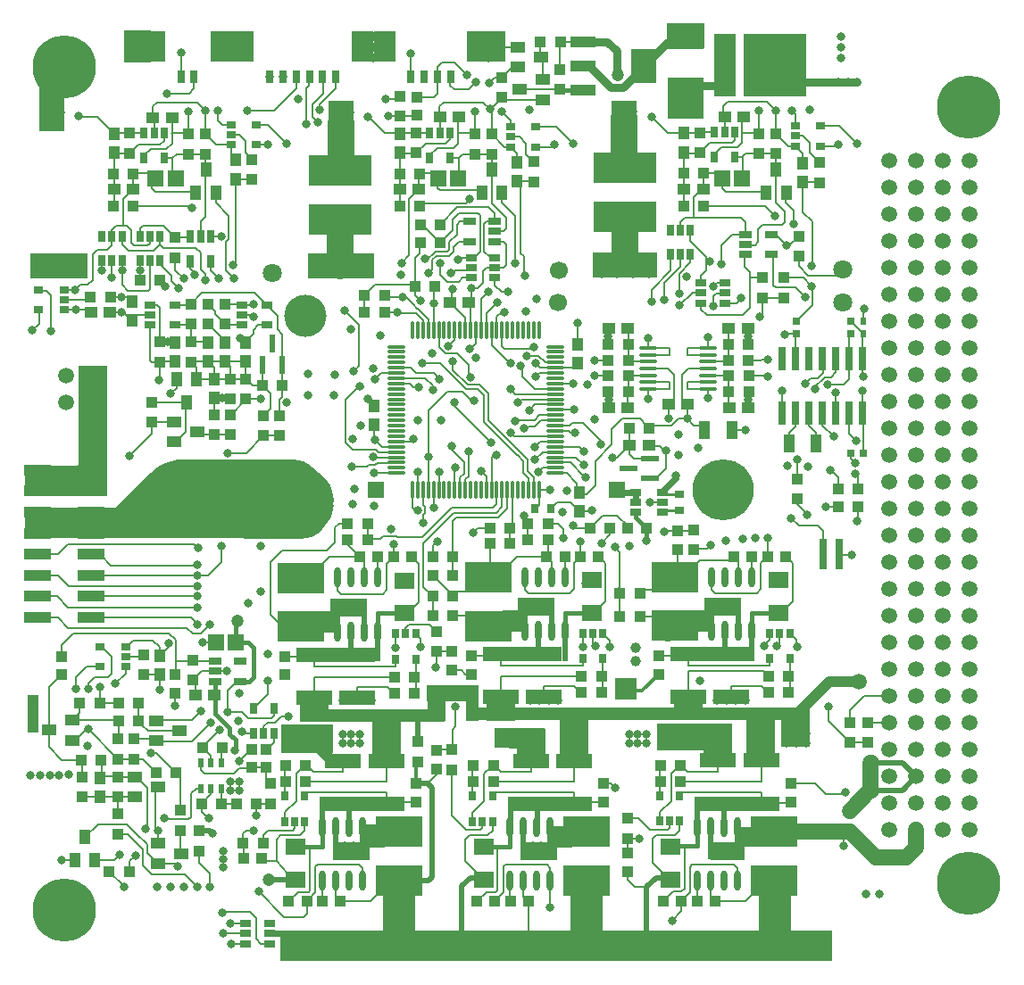
<source format=gbl>
%FSLAX44Y44*%
%MOMM*%
G71*
G01*
G75*
G04 Layer_Physical_Order=6*
G04 Layer_Color=16711680*
%ADD10C,2.0000*%
%ADD11R,5.6000X6.3500*%
%ADD12R,0.9100X3.0000*%
%ADD13R,3.5000X1.4000*%
%ADD14R,1.4000X3.5000*%
%ADD15R,1.1000X1.1000*%
%ADD16R,1.0000X0.7000*%
%ADD17R,0.8000X1.3000*%
%ADD18R,2.1000X3.0000*%
%ADD19R,4.0000X4.0000*%
%ADD20R,6.0000X6.0000*%
%ADD21R,6.0000X2.0000*%
%ADD22R,4.5000X3.0000*%
%ADD23R,1.1000X1.2000*%
%ADD24R,1.5000X1.9000*%
%ADD25R,0.6100X1.2700*%
%ADD26R,3.9100X3.7500*%
%ADD27R,1.2000X1.1000*%
%ADD28R,1.0000X1.1000*%
G04:AMPARAMS|DCode=29|XSize=4mm|YSize=10mm|CornerRadius=1mm|HoleSize=0mm|Usage=FLASHONLY|Rotation=0.000|XOffset=0mm|YOffset=0mm|HoleType=Round|Shape=RoundedRectangle|*
%AMROUNDEDRECTD29*
21,1,4.0000,8.0000,0,0,0.0*
21,1,2.0000,10.0000,0,0,0.0*
1,1,2.0000,1.0000,-4.0000*
1,1,2.0000,-1.0000,-4.0000*
1,1,2.0000,-1.0000,4.0000*
1,1,2.0000,1.0000,4.0000*
%
%ADD29ROUNDEDRECTD29*%
%ADD30R,2.0000X1.2000*%
%ADD31R,3.2000X1.0000*%
%ADD32R,1.7500X0.6000*%
%ADD33R,2.8500X3.6000*%
%ADD34R,0.6500X1.0500*%
%ADD35C,0.6000*%
%ADD36C,0.5000*%
%ADD37C,0.2000*%
%ADD38C,0.3000*%
%ADD39C,3.0000*%
%ADD40C,0.8000*%
%ADD41C,1.0000*%
%ADD42C,0.9000*%
%ADD43C,2.5000*%
%ADD44R,7.4500X4.6250*%
%ADD45R,9.9750X4.0250*%
%ADD46R,5.1750X10.4000*%
%ADD47R,4.5050X10.5100*%
%ADD48R,6.0000X12.8250*%
%ADD49R,3.6750X7.1250*%
%ADD50R,4.4500X9.4500*%
%ADD51R,3.3500X4.9500*%
%ADD52R,2.7750X4.9500*%
%ADD53R,2.4750X3.0000*%
%ADD54R,1.6750X2.9750*%
%ADD55R,3.4750X1.4000*%
%ADD56R,1.9750X6.4580*%
%ADD57R,1.0000X0.5750*%
%ADD58R,6.0000X14.0500*%
%ADD59R,2.4000X2.8960*%
%ADD60R,6.1000X8.1000*%
%ADD61R,10.7750X4.8000*%
%ADD62R,7.8000X3.9750*%
%ADD63R,2.4320X7.9440*%
%ADD64R,3.8000X37.1000*%
%ADD65R,21.1000X4.0500*%
%ADD66R,10.8840X4.8000*%
%ADD67R,2.4000X6.0670*%
%ADD68R,52.1900X2.9500*%
%ADD69R,4.5050X14.9600*%
%ADD70R,0.9250X1.1250*%
%ADD71R,4.5300X15.0600*%
%ADD72R,4.3240X3.9600*%
%ADD73R,2.0500X3.1000*%
%ADD74R,2.0500X3.1500*%
%ADD75R,2.5750X2.6000*%
%ADD76R,2.0750X2.9750*%
%ADD77R,2.0500X2.4750*%
%ADD78R,2.5250X2.6750*%
%ADD79R,2.0750X1.9250*%
%ADD80R,2.0500X2.6500*%
%ADD81R,2.6500X3.9750*%
%ADD82R,2.0500X3.3750*%
%ADD83R,2.0500X3.8750*%
%ADD84R,2.0500X3.2750*%
%ADD85R,2.0500X3.4000*%
%ADD86R,2.0500X3.1250*%
%ADD87R,2.4250X1.3000*%
%ADD88R,22.6250X3.2250*%
%ADD89R,21.7000X7.1000*%
%ADD90R,3.2250X18.4000*%
%ADD91R,6.9750X10.0250*%
%ADD92C,1.5000*%
%ADD93C,2.5000*%
%ADD94C,4.0000*%
%ADD95R,1.5000X1.5000*%
%ADD96R,1.5000X1.5000*%
%ADD97C,0.8000*%
%ADD98C,1.0000*%
%ADD99C,1.2000*%
%ADD100C,6.0000*%
%ADD101C,1.7000*%
%ADD102C,1.8000*%
%ADD103C,0.6600*%
%ADD104C,1.5000*%
%ADD105C,0.4000*%
%ADD106C,0.2500*%
%ADD107R,3.3750X5.0250*%
%ADD108R,2.3750X1.3000*%
%ADD109R,2.4250X1.6250*%
%ADD110R,3.4250X0.7750*%
%ADD111R,2.6000X1.7250*%
%ADD112R,3.5250X0.8250*%
%ADD113R,2.4000X1.6250*%
%ADD114R,1.4500X2.4500*%
%ADD115R,2.6250X1.7750*%
%ADD116R,3.5250X0.9500*%
%ADD117R,3.3750X34.9250*%
%ADD118R,5.3250X2.3250*%
%ADD119R,6.0000X2.2500*%
%ADD120R,6.0750X2.3000*%
%ADD121C,5.8000*%
%ADD122C,1.0160*%
%ADD123C,2.0160*%
%ADD124C,1.9160*%
%ADD125C,1.3160*%
%ADD126C,1.5160*%
%ADD127C,1.6160*%
%ADD128C,1.8160*%
%ADD129C,0.2540*%
%ADD130C,3.5160*%
%ADD131C,3.2160*%
%ADD132C,4.0160*%
%ADD133C,1.3460*%
%ADD134R,2.3000X4.9750*%
%ADD135R,3.1000X1.5250*%
%ADD136R,2.5000X1.7250*%
%ADD137R,2.6750X1.7750*%
%ADD138R,3.6000X1.0000*%
%ADD139R,2.5250X1.6750*%
%ADD140R,1.5000X2.5250*%
%ADD141R,3.5500X0.8500*%
%ADD142R,2.7000X1.7500*%
%ADD143R,3.4250X1.0750*%
%ADD144R,3.5250X1.0500*%
%ADD145R,2.4250X1.7250*%
%ADD146R,2.4500X1.6500*%
%ADD147R,2.4500X1.2500*%
%ADD148R,5.3000X2.3000*%
%ADD149R,6.0250X2.3000*%
%ADD150R,6.0500X2.3250*%
%ADD151R,3.4250X34.9500*%
%ADD152C,0.2000*%
%ADD153R,0.9000X0.7000*%
%ADD154R,0.8000X0.7000*%
%ADD155R,0.7000X0.8000*%
%ADD156R,1.1000X1.1000*%
%ADD157R,1.3000X0.7000*%
%ADD158R,1.4000X1.0000*%
%ADD159R,1.0500X0.6500*%
%ADD160R,0.6500X0.9000*%
%ADD161R,1.0800X1.0500*%
%ADD162R,1.9000X1.5000*%
%ADD163R,1.1000X0.6500*%
%ADD164R,0.9000X0.6500*%
%ADD165R,0.6500X1.1000*%
%ADD166R,1.0000X1.4000*%
%ADD167R,6.0000X3.0000*%
%ADD168R,1.5000X1.6000*%
%ADD169O,0.6000X1.9500*%
%ADD170R,1.8000X0.6000*%
%ADD171R,1.0500X1.0800*%
%ADD172O,1.8000X0.3000*%
%ADD173O,0.3000X1.8000*%
%ADD174R,2.5000X1.0000*%
%ADD175R,0.6000X0.8000*%
%ADD176R,1.1000X1.8000*%
%ADD177R,0.6500X3.0000*%
%ADD178O,1.7000X0.3500*%
%ADD179R,0.7000X0.9000*%
%ADD180R,0.6500X2.2000*%
%ADD181R,2.4000X3.3000*%
%ADD182R,2.4000X1.0000*%
%ADD183R,0.6000X1.8000*%
%ADD184R,0.5500X0.9500*%
%ADD185R,6.0000X6.0000*%
%ADD186R,2.0000X6.0000*%
%ADD187R,1.0000X1.8000*%
%ADD188R,0.7000X1.3000*%
%ADD189R,2.1000X2.0000*%
%ADD190R,2.6500X3.0250*%
%ADD191R,2.2500X3.0000*%
%ADD192R,5.4000X2.4750*%
%ADD193R,6.1250X2.4250*%
%ADD194R,6.2500X2.4250*%
%ADD195R,3.5000X3.9000*%
%ADD196R,1.3000X3.2000*%
%ADD197R,4.9000X1.5000*%
%ADD198R,1.7000X3.2000*%
%ADD199R,13.8000X1.3000*%
%ADD200R,3.1000X4.5000*%
%ADD201R,52.4000X2.9500*%
%ADD202R,2.7000X3.3000*%
%ADD203R,7.1000X2.5000*%
%ADD204R,4.9000X2.7000*%
%ADD205R,4.7000X1.9000*%
%ADD206R,2.7000X3.5000*%
%ADD207R,2.7000X2.7000*%
%ADD208R,2.7000X1.8000*%
%ADD209R,2.7000X1.9000*%
%ADD210R,2.7000X3.9000*%
%ADD211R,2.7000X3.6000*%
%ADD212R,32.3500X1.3000*%
%ADD213R,0.6100X3.1400*%
%ADD214R,3.2000X1.7100*%
%ADD215R,2.4800X2.0750*%
%ADD216R,0.6000X1.8000*%
%ADD217R,0.6000X2.8900*%
%ADD218R,1.4900X1.4000*%
%ADD219R,2.4800X2.0270*%
%ADD220R,2.4800X2.0440*%
%ADD221R,2.4800X2.1920*%
%ADD222R,2.4800X1.9810*%
%ADD223R,0.6000X2.3100*%
%ADD224R,2.4800X2.0650*%
%ADD225R,7.8750X3.0000*%
%ADD226R,2.7000X12.4250*%
%ADD227R,15.4900X3.0000*%
%ADD228R,2.4750X2.8750*%
%ADD229R,2.4750X2.9000*%
%ADD230R,2.4750X4.2000*%
%ADD231R,1.0250X3.6500*%
%ADD232R,3.5250X2.3500*%
G36*
X217527Y427634D02*
Y427634D01*
X217647Y427742D01*
X222380Y427276D01*
X227046Y425861D01*
X231346Y423562D01*
X235115Y420469D01*
X238238Y417960D01*
X241446Y415535D01*
X246361Y410686D01*
Y410686D01*
X246361D01*
X246361D01*
Y410686D01*
X246361Y410686D01*
X246489Y410681D01*
Y410681D01*
X249559Y407087D01*
X252078Y402977D01*
X253922Y398523D01*
X255048Y393835D01*
X255426Y389029D01*
X255079Y384702D01*
X255079D01*
X255157Y384618D01*
X254826Y380416D01*
X253823Y376236D01*
X252177Y372264D01*
X249931Y368598D01*
X247139Y365329D01*
X242240Y360256D01*
X242240Y360256D01*
X242240Y360256D01*
X242232Y360091D01*
X238460Y356995D01*
X234047Y354636D01*
X229259Y353184D01*
X224280Y352694D01*
X117000Y353000D01*
X46500Y361750D01*
Y376111D01*
X46500D01*
X46430Y376191D01*
X46742Y378562D01*
X47688Y380846D01*
X49193Y382807D01*
X81853Y415353D01*
Y415353D01*
X81857Y415480D01*
X86043Y419151D01*
X90749Y422295D01*
X95826Y424799D01*
X101186Y426618D01*
X106737Y427723D01*
X112386Y428093D01*
X217527Y427634D01*
D02*
G37*
D13*
X660710Y142190D02*
D03*
Y101190D02*
D03*
X305250Y101080D02*
D03*
Y142080D02*
D03*
X483360Y142060D02*
D03*
Y101060D02*
D03*
X591280Y243520D02*
D03*
Y202520D02*
D03*
X413890Y202500D02*
D03*
Y243500D02*
D03*
X236600Y242900D02*
D03*
Y201900D02*
D03*
X619710Y142190D02*
D03*
Y101190D02*
D03*
X264250Y101080D02*
D03*
Y142080D02*
D03*
X442360Y142060D02*
D03*
Y101060D02*
D03*
X632280Y243520D02*
D03*
Y202520D02*
D03*
X454890Y202500D02*
D03*
Y243500D02*
D03*
X277600Y242900D02*
D03*
Y201900D02*
D03*
X589000Y783000D02*
D03*
Y824000D02*
D03*
D15*
X204000Y469500D02*
D03*
Y450500D02*
D03*
X318000Y753500D02*
D03*
Y772500D02*
D03*
X696500Y640000D02*
D03*
Y621000D02*
D03*
X105000Y638500D02*
D03*
Y619500D02*
D03*
X662000Y600500D02*
D03*
Y581500D02*
D03*
X682000Y600500D02*
D03*
Y581500D02*
D03*
X195500Y101500D02*
D03*
Y120500D02*
D03*
X470000Y798000D02*
D03*
Y779000D02*
D03*
X122000Y237750D02*
D03*
Y218750D02*
D03*
X415000Y771500D02*
D03*
Y790500D02*
D03*
X109500Y95000D02*
D03*
Y76000D02*
D03*
X65500Y143500D02*
D03*
Y162500D02*
D03*
X51000Y107500D02*
D03*
Y126500D02*
D03*
Y143500D02*
D03*
Y162500D02*
D03*
X51000Y91500D02*
D03*
Y72500D02*
D03*
X17000Y126500D02*
D03*
Y107500D02*
D03*
X90000Y539500D02*
D03*
Y520500D02*
D03*
X157000Y504500D02*
D03*
Y485500D02*
D03*
X142000Y451500D02*
D03*
Y470500D02*
D03*
X172000Y485500D02*
D03*
Y504500D02*
D03*
X157000Y451500D02*
D03*
Y470500D02*
D03*
X120000Y556500D02*
D03*
Y575500D02*
D03*
X83000Y463500D02*
D03*
Y482500D02*
D03*
X120000Y520500D02*
D03*
Y539500D02*
D03*
X152000Y556500D02*
D03*
Y575500D02*
D03*
X136000Y556500D02*
D03*
Y575500D02*
D03*
X602660Y738040D02*
D03*
Y719040D02*
D03*
X333320Y737810D02*
D03*
Y718810D02*
D03*
X62000Y737500D02*
D03*
Y718500D02*
D03*
X674660Y718040D02*
D03*
Y737040D02*
D03*
X405320Y717810D02*
D03*
Y736810D02*
D03*
X133840Y717830D02*
D03*
Y736830D02*
D03*
X658660Y737040D02*
D03*
Y718040D02*
D03*
X389320Y736810D02*
D03*
Y717810D02*
D03*
X117840Y736830D02*
D03*
Y717830D02*
D03*
X128000Y75500D02*
D03*
Y56500D02*
D03*
X695000Y390500D02*
D03*
Y409500D02*
D03*
X75000Y223500D02*
D03*
Y242500D02*
D03*
X178000Y712500D02*
D03*
Y693500D02*
D03*
X445000Y710500D02*
D03*
Y691500D02*
D03*
X716000Y709500D02*
D03*
Y690500D02*
D03*
X353000Y245500D02*
D03*
Y264500D02*
D03*
X597000Y361000D02*
D03*
Y342000D02*
D03*
X367000Y152500D02*
D03*
Y133500D02*
D03*
X534000Y68500D02*
D03*
Y87500D02*
D03*
X745000Y159500D02*
D03*
Y178500D02*
D03*
X762000Y159500D02*
D03*
Y178500D02*
D03*
X335500Y141000D02*
D03*
Y160000D02*
D03*
X188500Y469500D02*
D03*
Y450500D02*
D03*
D16*
X567500Y378000D02*
D03*
Y387500D02*
D03*
Y397000D02*
D03*
X541500Y397000D02*
D03*
Y387500D02*
D03*
Y378000D02*
D03*
D17*
X232250Y791500D02*
D03*
X219750D02*
D03*
X207250D02*
D03*
X194750D02*
D03*
X244750D02*
D03*
X257250D02*
D03*
X366250D02*
D03*
X353750D02*
D03*
X341250D02*
D03*
X328750D02*
D03*
X123000Y791500D02*
D03*
X110500D02*
D03*
D18*
X169390Y819880D02*
D03*
X282890D02*
D03*
X391890Y819880D02*
D03*
X303390D02*
D03*
X148640Y819880D02*
D03*
X85140D02*
D03*
D22*
X672710Y28690D02*
D03*
Y74690D02*
D03*
X317250Y28580D02*
D03*
Y74580D02*
D03*
X495360Y28560D02*
D03*
Y74560D02*
D03*
X579280Y316020D02*
D03*
Y270020D02*
D03*
X401890Y316000D02*
D03*
Y270000D02*
D03*
X224600Y315400D02*
D03*
Y269400D02*
D03*
D23*
X172000Y539000D02*
D03*
Y521000D02*
D03*
X136000Y539000D02*
D03*
Y521000D02*
D03*
X487000Y537000D02*
D03*
Y519000D02*
D03*
X294000Y479000D02*
D03*
Y461000D02*
D03*
X34000Y126000D02*
D03*
Y108000D02*
D03*
X105000Y539000D02*
D03*
Y521000D02*
D03*
X142000Y504000D02*
D03*
Y486000D02*
D03*
X152000Y521000D02*
D03*
Y539000D02*
D03*
X587660Y737540D02*
D03*
Y719540D02*
D03*
X318320Y737310D02*
D03*
Y719310D02*
D03*
X46840Y737330D02*
D03*
Y719330D02*
D03*
X90000Y224000D02*
D03*
Y242000D02*
D03*
X64000Y578000D02*
D03*
Y560000D02*
D03*
X162000Y694000D02*
D03*
Y712000D02*
D03*
X429000Y692000D02*
D03*
Y710000D02*
D03*
X700000Y691000D02*
D03*
Y709000D02*
D03*
X488000Y379000D02*
D03*
Y397000D02*
D03*
D27*
X124000Y204000D02*
D03*
X142000D02*
D03*
X644000Y753000D02*
D03*
X626000D02*
D03*
X374000D02*
D03*
X356000D02*
D03*
X102000Y752000D02*
D03*
X84000D02*
D03*
X43000Y568000D02*
D03*
X25000D02*
D03*
X383750Y577000D02*
D03*
X365750D02*
D03*
X573000Y480250D02*
D03*
X591000D02*
D03*
X516000Y552250D02*
D03*
X534000D02*
D03*
X516000Y477250D02*
D03*
X534000D02*
D03*
X648500Y477250D02*
D03*
X630500D02*
D03*
X648000Y552250D02*
D03*
X630000D02*
D03*
X554000Y441500D02*
D03*
X536000D02*
D03*
X587660Y684290D02*
D03*
X605660D02*
D03*
X318320Y684060D02*
D03*
X336320D02*
D03*
X46840Y684080D02*
D03*
X64840D02*
D03*
D28*
X178000Y135500D02*
D03*
Y152500D02*
D03*
X334500Y771500D02*
D03*
Y754500D02*
D03*
X105000Y223500D02*
D03*
Y206500D02*
D03*
X-3000Y240500D02*
D03*
Y223500D02*
D03*
X244751Y8580D02*
D03*
X261751D02*
D03*
X422861Y8560D02*
D03*
X439861D02*
D03*
X651779Y336020D02*
D03*
X634779D02*
D03*
X474389Y336000D02*
D03*
X457389D02*
D03*
X297099Y335400D02*
D03*
X280099D02*
D03*
X568211Y8690D02*
D03*
X585211D02*
D03*
X212751Y8580D02*
D03*
X229751D02*
D03*
X390861Y8560D02*
D03*
X407861D02*
D03*
X683779Y336020D02*
D03*
X666779D02*
D03*
X506389Y336000D02*
D03*
X489389D02*
D03*
X329099Y335400D02*
D03*
X312099D02*
D03*
X191500Y135500D02*
D03*
Y152500D02*
D03*
X600211Y8690D02*
D03*
X617211D02*
D03*
D34*
X574500Y645250D02*
D03*
X584000D02*
D03*
X593500D02*
D03*
Y622750D02*
D03*
X584000D02*
D03*
X574500D02*
D03*
X35500Y639250D02*
D03*
X45000D02*
D03*
X54500D02*
D03*
Y616750D02*
D03*
X45000D02*
D03*
X35500D02*
D03*
X71500D02*
D03*
X81000D02*
D03*
X90500D02*
D03*
Y639250D02*
D03*
X81000D02*
D03*
X71500D02*
D03*
D35*
X525280Y397000D02*
X541500D01*
X567500Y397000D02*
Y398000D01*
X579500Y410000D01*
Y412500D01*
X194250Y-22000D02*
X207250D01*
X541500Y387500D02*
Y397000D01*
D36*
X335500Y160000D02*
Y186500D01*
X137750Y75500D02*
X140250Y73000D01*
X128000Y75500D02*
X137750D01*
X317250Y28580D02*
X345080D01*
X348250Y31750D02*
Y116250D01*
X345080Y28580D02*
X348250Y31750D01*
X344170Y120330D02*
X348250Y116250D01*
X333250Y120330D02*
X344170D01*
X194000Y29080D02*
X216920D01*
X385060Y31060D02*
X395940D01*
X561190Y31190D02*
X571810D01*
X552000Y-25000D02*
X552500Y-25500D01*
X552000Y-25000D02*
Y22000D01*
X561190Y31190D01*
X377000Y23000D02*
X385060Y31060D01*
X794860Y139860D02*
X807720Y127000D01*
X765000Y139860D02*
X794860D01*
Y114140D02*
X807720Y127000D01*
X765000Y114140D02*
X794860D01*
X216920Y29080D02*
X218262Y30232D01*
X219250Y31080D01*
X377000Y-26000D02*
Y23000D01*
X395940Y31060D02*
X397360D01*
X571810Y31190D02*
X574710D01*
D37*
X88250Y22000D02*
G03*
X87500Y20189I1811J-1811D01*
G01*
X318000Y753500D02*
X333500D01*
X334500Y771500D02*
X350000D01*
X662800Y227000D02*
X667780Y222020D01*
X591280Y227000D02*
X662800D01*
X591280Y202520D02*
Y227000D01*
X182000Y-27000D02*
Y-7250D01*
X175750Y-1000D02*
X182000Y-7250D01*
X151000Y-1000D02*
X175750D01*
X714500Y365000D02*
X719500Y360000D01*
X696250Y365000D02*
X714500D01*
X689422Y371828D02*
X696250Y365000D01*
X719500Y338500D02*
Y360000D01*
X83000Y452750D02*
Y463500D01*
X61250Y431000D02*
X83000Y452750D01*
X59750Y72500D02*
X74250Y58000D01*
X68749Y72500D02*
X78250Y63000D01*
X59250Y82000D02*
X68749Y72500D01*
X51000Y72500D02*
X59750D01*
X76500Y77000D02*
X78500Y79000D01*
X148500Y330750D02*
Y345500D01*
X135730Y317980D02*
X148500Y330750D01*
X48000Y215000D02*
X58000Y225000D01*
X41000Y221000D02*
X45000Y225000D01*
X29000Y221000D02*
X41000D01*
X23000Y215000D02*
X29000Y221000D01*
X489389Y336000D02*
Y350389D01*
X302151Y354901D02*
X314998D01*
X364679Y621280D02*
X369000Y625601D01*
X353118Y621280D02*
X364679D01*
X345000Y604500D02*
X349017Y608517D01*
Y617179D01*
X414471Y587029D02*
X420521D01*
X408250Y593250D02*
X414471Y587029D01*
X393475Y499025D02*
X402000Y490500D01*
X339500Y519000D02*
X356487D01*
X415000Y535750D02*
X417500Y533250D01*
X273000Y437250D02*
X295399D01*
X266263Y443987D02*
X273000Y437250D01*
X294650Y422500D02*
X296900Y424750D01*
X288850Y422500D02*
X294650D01*
X287101Y420750D02*
X288850Y422500D01*
X272500Y420750D02*
X287101D01*
X251400Y335400D02*
X280350D01*
X268500Y347250D02*
X280350Y335400D01*
X268500Y347250D02*
Y352000D01*
X248750Y341500D02*
X256750Y349500D01*
X206000Y341500D02*
X248750D01*
X195000Y330500D02*
X206000Y341500D01*
X90000Y242000D02*
Y249750D01*
X83750Y256000D02*
X90000Y249750D01*
X64750Y256000D02*
X83750D01*
X59250Y250500D02*
X64750Y256000D01*
X58000Y250500D02*
X59250D01*
X21250Y231500D02*
X34000D01*
X11000Y221250D02*
X21250Y231500D01*
X11000Y210000D02*
Y221250D01*
X6750Y182750D02*
X8750Y180750D01*
X120594Y160344D02*
X138500Y178250D01*
X86656Y160344D02*
X120594D01*
X160413Y129500D02*
X160750D01*
X160407Y129506D02*
X160413Y129500D01*
X154608Y129506D02*
X160407D01*
X154602Y129500D02*
X154608Y129506D01*
X133000Y129500D02*
X154602D01*
X166000Y134750D02*
X177250D01*
X160750Y129500D02*
X166000Y134750D01*
X78500Y79000D02*
Y116750D01*
X68750Y126500D02*
X78500Y116750D01*
X51000Y126500D02*
X68750D01*
X74250Y42507D02*
Y58000D01*
X88999Y44500D02*
X105000D01*
X604000Y460000D02*
X606000Y458000D01*
X597000Y460000D02*
X604000D01*
X590500Y466500D02*
X597000Y460000D01*
X633750Y455750D02*
X645500D01*
X523500Y429500D02*
X535500Y441500D01*
X519750Y429500D02*
X523500D01*
X503250Y426000D02*
X519250Y442000D01*
Y456493D01*
X21750Y172750D02*
X51000Y143500D01*
X11750Y162750D02*
X21750Y172750D01*
X8750Y162750D02*
X11750D01*
X8750Y180750D02*
X50750D01*
X51500Y180000D01*
X7501Y180500D02*
X14500Y187499D01*
Y197000D01*
X-14501Y211999D02*
X-3000Y223500D01*
X-14501Y155001D02*
Y211999D01*
Y155001D02*
X-2500Y143000D01*
X15500D01*
X7501Y161500D02*
X8750Y162750D01*
X87243Y149757D02*
X106000Y131000D01*
X82004Y149757D02*
X87243D01*
X121250Y181000D02*
X129000Y188750D01*
X74500Y143500D02*
X87000Y131000D01*
X109500Y95000D02*
Y127500D01*
X107500Y94000D02*
X111500D01*
X95000Y87500D02*
X96000Y86500D01*
X117750D01*
X120000Y88750D01*
Y111000D01*
X124750Y115750D01*
X129500D01*
X86000Y78500D02*
X88999Y75501D01*
Y63500D02*
Y75501D01*
Y44500D02*
X91750Y41750D01*
X78250Y54750D02*
X88499Y44500D01*
X78250Y54750D02*
Y63000D01*
X110000Y55499D02*
Y75500D01*
X82757Y34000D02*
X113750D01*
X74250Y42507D02*
X82757Y34000D01*
X129500Y133000D02*
X133000Y129500D01*
X129500Y133000D02*
Y140250D01*
X31999Y82000D02*
X59250D01*
X19500Y69501D02*
X31999Y82000D01*
X29000Y47499D02*
X46999D01*
X42500Y37000D02*
X56500Y23000D01*
X46999Y47499D02*
X52000Y52500D01*
X85001Y117000D02*
X86000Y116001D01*
Y78500D02*
Y116001D01*
X340000Y384899D02*
Y399500D01*
Y384899D02*
X342000Y382900D01*
Y377100D02*
Y382900D01*
X340000Y375101D02*
X342000Y377100D01*
X340000Y367500D02*
Y375101D01*
X332250Y380000D02*
X335000D01*
X330000Y382250D02*
X332250Y380000D01*
X299750Y352500D02*
X302151Y354901D01*
X314998D02*
X315650Y354250D01*
X339250D01*
X367080Y382080D01*
X461000Y381000D02*
X467000Y387000D01*
X480000D01*
X488000Y379000D01*
X555000Y387500D02*
X567500D01*
X450000Y399500D02*
X460750D01*
X446000Y381000D02*
X450000Y385000D01*
Y399500D01*
X570500Y419500D02*
Y436500D01*
X561000Y410000D02*
X570500Y419500D01*
X555000Y410000D02*
X561000D01*
X536000Y433000D02*
Y441500D01*
Y433000D02*
X540000Y429000D01*
X555000D01*
X569500Y360250D02*
X581500D01*
X492500Y409000D02*
X494500Y411000D01*
X488000Y379000D02*
X500250D01*
X564250Y441000D02*
X568250Y437000D01*
X554000Y441000D02*
X564250D01*
X552000Y460000D02*
X575649D01*
X545500Y466500D02*
X552000Y460000D01*
X529257Y466500D02*
X545500D01*
X519250Y456493D02*
X529257Y466500D01*
X581500Y360250D02*
X596250D01*
X581500Y318240D02*
Y342750D01*
X631009Y332250D02*
X634779Y336020D01*
X602310Y332250D02*
X631009D01*
X586080Y316020D02*
X602310Y332250D01*
X353750Y775250D02*
Y791500D01*
X350000Y771500D02*
X353750Y775250D01*
X304750Y770000D02*
X318500D01*
X307750Y753500D02*
X320500D01*
X313800Y737750D02*
X316280Y735270D01*
X303500Y737750D02*
X313800D01*
X696500Y611250D02*
X705500Y602250D01*
X696500Y611250D02*
Y621000D01*
X687500Y631000D02*
X696500Y640000D01*
X709000Y611745D02*
Y653750D01*
X700000Y662750D02*
X709000Y653750D01*
X700000Y662750D02*
Y691000D01*
X370000Y541500D02*
Y550500D01*
X364000Y535500D02*
X370000Y541500D01*
X355000Y534600D02*
Y550500D01*
Y534600D02*
X361101Y528500D01*
X369000Y573500D02*
X380000Y562500D01*
Y550500D02*
Y562500D01*
X385000Y550500D02*
Y572000D01*
X395000Y580000D02*
X402000Y587000D01*
X395000Y550500D02*
Y580000D01*
X400000Y566500D02*
X410500Y577000D01*
X400000Y550500D02*
Y566500D01*
X350000Y550500D02*
Y576000D01*
X334750Y571000D02*
X345000Y560750D01*
X340000Y550500D02*
Y560093D01*
X333093Y567000D02*
X340000Y560093D01*
X319750Y567000D02*
X333093D01*
X90000Y242000D02*
X98500Y250500D01*
X105500Y236500D02*
Y256500D01*
X99000Y263000D02*
X105500Y256500D01*
X8000Y263000D02*
X99000D01*
X90000Y503750D02*
Y520500D01*
X100750Y490250D02*
X106500Y496000D01*
Y504001D01*
X666779Y336020D02*
Y352779D01*
X587860Y737740D02*
X602660D01*
X588460Y718740D02*
X602660D01*
X587660Y699290D02*
Y719540D01*
Y684290D02*
Y699290D01*
Y668790D02*
Y684290D01*
X674660Y703041D02*
Y718040D01*
Y702204D02*
Y703041D01*
X658660Y718040D02*
X674660D01*
X645890D02*
X658660D01*
X642500Y700040D02*
X643350D01*
X642410D02*
X642500D01*
X508060Y263000D02*
X509225Y261835D01*
X724250Y179750D02*
X744750Y159250D01*
X744750D02*
X749000Y155000D01*
X740500D02*
X749000D01*
X337000Y623500D02*
Y634000D01*
X367500Y577000D02*
Y589250D01*
X10900Y570000D02*
X25000D01*
X4250Y307500D02*
X126250D01*
X684308Y671722D02*
Y681880D01*
X414968Y671492D02*
Y681650D01*
X143488Y671512D02*
Y681670D01*
X454001Y810000D02*
Y812000D01*
Y788500D02*
Y810000D01*
X318520Y737510D02*
X333320D01*
X319120Y718510D02*
X333320D01*
X318320Y699060D02*
Y719310D01*
Y684060D02*
Y699060D01*
Y668560D02*
Y684060D01*
X405320Y702811D02*
Y717810D01*
Y701974D02*
Y702811D01*
X389320Y717810D02*
X405320D01*
X377820D02*
X389320D01*
X373500Y699810D02*
X374010D01*
X373070D02*
X373500D01*
X336820Y671250D02*
X381000D01*
X333630D02*
X336820D01*
X649000Y507250D02*
X667000D01*
X432500Y623750D02*
Y692000D01*
X369500Y478750D02*
X404250Y444000D01*
X44250Y327500D02*
X127000D01*
X615500Y573750D02*
Y583000D01*
X242000Y762750D02*
X242163D01*
X278250Y496750D02*
X283500D01*
X62000Y737830D02*
X75330D01*
X61840D02*
X62000D01*
X13500Y753250D02*
X30920D01*
X46840Y699080D02*
Y719330D01*
Y684080D02*
Y699080D01*
Y668580D02*
Y684080D01*
X133840Y702831D02*
Y717830D01*
Y701994D02*
Y702831D01*
X117840Y717830D02*
X133840D01*
X106360D02*
X117840D01*
X272994Y513006D02*
X275506D01*
X272013Y512025D02*
X272994Y513006D01*
X317500Y569250D02*
X319750Y567000D01*
X312750Y568000D02*
X314000Y569250D01*
X-24000Y557000D02*
Y569800D01*
X-24600Y588100D02*
X-16700D01*
X105000Y574500D02*
X120000D01*
X149750Y485500D02*
X157000D01*
X142500D02*
X149750D01*
X80960Y522040D02*
X82500Y520500D01*
X178998Y574500D02*
X179500D01*
X168000D02*
X178998D01*
X115250Y482251D02*
X115499Y482500D01*
X115250Y481999D02*
Y482251D01*
Y453750D02*
Y481999D01*
X142000Y451500D02*
X157000D01*
X128501D02*
X142000D01*
X590500Y466500D02*
Y480250D01*
X488750Y395000D02*
X495250D01*
X437250Y456750D02*
X439960Y459460D01*
X523672Y303828D02*
X526500Y306657D01*
X535500Y441500D02*
Y457500D01*
X89500Y223500D02*
X90000Y223000D01*
X534500Y507750D02*
X553500D01*
X534000Y477250D02*
Y492250D01*
X630000Y537250D02*
Y552250D01*
Y522750D02*
Y537250D01*
X534500Y520750D02*
X553500D01*
X534500Y537250D02*
Y552250D01*
Y522250D02*
Y537250D01*
X687780Y222020D02*
Y239020D01*
Y208020D02*
Y222020D01*
X510390Y222000D02*
Y239000D01*
Y208000D02*
Y222000D01*
X333100Y221400D02*
Y238400D01*
Y207400D02*
Y221400D01*
X51000Y143500D02*
X74500D01*
X105500Y236500D02*
X143000D01*
X105500Y219250D02*
Y236500D01*
X86500Y160500D02*
X86656Y160344D01*
X86500Y160500D02*
Y162999D01*
X70500Y176000D02*
X73500D01*
X68843D02*
X70500D01*
X67672Y177172D02*
X68843Y176000D01*
X34000Y107500D02*
X51000D01*
X17000D02*
X34000D01*
X56500Y22000D02*
Y23000D01*
X56500Y22000D02*
Y23000D01*
X227750Y112080D02*
X305250D01*
X218000Y60830D02*
X219250D01*
X564210Y122690D02*
Y136690D01*
Y108690D02*
Y122690D01*
X583210Y112190D02*
X660710D01*
X574710Y60940D02*
X585060D01*
X573460D02*
X574710D01*
X386860Y122560D02*
Y136560D01*
Y108560D02*
Y122560D01*
X405860Y112060D02*
X483360D01*
X397360Y60810D02*
X408190D01*
X396110D02*
X397360D01*
X208750Y122580D02*
Y136580D01*
Y108580D02*
Y122580D01*
X414968Y671492D02*
X427500Y658960D01*
Y614500D02*
Y658960D01*
X432500Y692000D02*
X444500D01*
X432500Y623750D02*
X435500Y620750D01*
X120270Y277980D02*
X126000Y272250D01*
X60000Y582000D02*
X64000Y578000D01*
X54250Y582000D02*
X60000D01*
X64000Y560000D02*
X69000Y565000D01*
X81000D01*
X56000Y568000D02*
X64000Y560000D01*
X43000Y568000D02*
X56000D01*
X43500Y582000D02*
X54250D01*
X160258Y612742D02*
X162000Y611000D01*
X160258Y612742D02*
Y612780D01*
X294500Y594000D02*
X330500D01*
X303500Y568000D02*
X312750D01*
X332500Y619000D02*
X337000Y623500D01*
X332500Y584000D02*
Y592000D01*
Y584000D02*
X337500Y579000D01*
X334600Y571000D02*
X334750D01*
X330500Y575101D02*
X334600Y571000D01*
X330500Y575101D02*
Y575250D01*
X324750Y581000D02*
X330500Y575250D01*
X345000Y550500D02*
Y560750D01*
X322000Y581000D02*
X324750D01*
X367250Y604750D02*
X370250Y607750D01*
X383500D01*
X385750Y610000D01*
X377500Y600500D02*
X385750D01*
X637500Y576500D02*
X642000Y581000D01*
X391750Y590250D02*
X397250Y595750D01*
X385500Y590250D02*
X391750D01*
X397250Y595750D02*
Y606750D01*
X400500Y610000D01*
X408250D01*
Y593250D02*
Y600500D01*
X583500Y574000D02*
X595500Y586000D01*
X603750D01*
Y602750D02*
X608750Y607750D01*
X603750Y595500D02*
Y602750D01*
X615500Y592500D02*
X618500Y595500D01*
X626250D01*
X603750Y570500D02*
X609000Y565250D01*
X603750Y570500D02*
Y576500D01*
X626250D02*
X637500D01*
X752500Y412500D02*
X753750Y413750D01*
X752500Y400000D02*
Y412500D01*
Y372500D02*
X754000Y371000D01*
X752500Y372500D02*
Y383000D01*
X733500Y400000D02*
Y411250D01*
X722000Y383000D02*
X733500D01*
X402750Y785500D02*
X407750Y790500D01*
X724250Y179750D02*
Y193250D01*
X738250Y110000D02*
X740250Y112000D01*
X722250Y110000D02*
X738250D01*
X711810Y120440D02*
X722250Y110000D01*
X745000Y159500D02*
X762000D01*
X745000Y190000D02*
X758200Y203200D01*
X782320D01*
X745000Y178500D02*
Y190000D01*
X781620Y178500D02*
X782320Y177800D01*
X762000Y178500D02*
X781620D01*
X482250Y365000D02*
X484250Y363000D01*
X498500D01*
X439500Y352000D02*
X439500Y352000D01*
Y367000D01*
X517500Y356500D02*
Y363000D01*
X500890Y253860D02*
X504000Y250750D01*
X500890Y253860D02*
Y263000D01*
X526500Y279000D02*
X526500Y279000D01*
X526500Y279000D02*
Y301000D01*
X571230Y316020D02*
X579280D01*
X379750Y224250D02*
X385890D01*
X352250Y230500D02*
X353000Y231250D01*
Y245500D01*
X544500Y68500D02*
X545000Y68000D01*
X534000Y68500D02*
X544500D01*
X344170Y120330D02*
X353250Y129410D01*
Y135000D01*
X352500Y150000D02*
Y156000D01*
X169500Y72750D02*
X172750Y76000D01*
X169500Y64000D02*
Y72750D01*
X172750Y76000D02*
X179000D01*
X169500Y64000D02*
Y66500D01*
X715500Y691000D02*
X716000Y690500D01*
X700000Y691000D02*
X715500D01*
X693000Y725500D02*
X700000Y718500D01*
Y709000D02*
Y718500D01*
X706500Y719250D02*
X716000Y709750D01*
Y709500D02*
Y709750D01*
X706500Y719250D02*
Y728500D01*
X700000Y735000D02*
X706500Y728500D01*
X693000Y735000D02*
X700000D01*
X444500Y692000D02*
X445000Y691500D01*
X423000Y724500D02*
X429000Y718500D01*
Y710000D02*
Y718500D01*
X437750Y717750D02*
Y728000D01*
X431750Y734000D02*
X437750Y728000D01*
Y717750D02*
X445000Y710500D01*
X423000Y734000D02*
X431750D01*
X162000Y694000D02*
X162500Y693500D01*
X178000D01*
X158000Y716000D02*
X162000Y712000D01*
X158000Y716000D02*
Y726500D01*
X171500Y719000D02*
Y730500D01*
Y719000D02*
X178000Y712500D01*
X166000Y736000D02*
X171500Y730500D01*
X158000Y736000D02*
X166000D01*
X90000Y209750D02*
Y223000D01*
X89500Y223500D02*
X90000Y224000D01*
X75000Y223500D02*
X89500D01*
X73500Y241000D02*
X75000Y242500D01*
X58000Y241000D02*
X73500D01*
X58000Y225000D02*
Y231500D01*
X-3000Y240500D02*
Y252000D01*
X21800Y579300D02*
X24500Y582000D01*
X-600Y579300D02*
X21800D01*
X737750Y74690D02*
X739250Y73190D01*
Y61500D02*
Y73190D01*
X397672Y463522D02*
Y489172D01*
Y463522D02*
X429444Y431750D01*
X429750D01*
X435250Y426250D01*
X431407Y435750D02*
X439250Y427907D01*
X431250Y435750D02*
X431407D01*
X420750Y446250D02*
X431250Y435750D01*
X402000Y464851D02*
Y490500D01*
Y464851D02*
X420601Y446250D01*
X420750D01*
X440000Y399500D02*
Y410194D01*
X439250Y416600D02*
X445000Y410850D01*
Y399500D02*
Y410850D01*
X449500Y416250D02*
X453250Y420000D01*
X465500D01*
X423500Y453250D02*
X426750Y450000D01*
X350000Y510250D02*
X355250Y505000D01*
Y504500D02*
Y505000D01*
X333500Y510250D02*
X350000D01*
X328750Y515000D02*
X333500Y510250D01*
X314500Y515000D02*
X328750D01*
X435500Y374500D02*
X439500Y370500D01*
Y367000D02*
Y370500D01*
X526500Y306657D02*
Y340250D01*
X522000Y344750D02*
X526500Y340250D01*
X294250Y504000D02*
X300250Y510000D01*
X314500D01*
Y505000D02*
X342250D01*
X349250Y498000D01*
X330500Y594000D02*
X332500Y592000D01*
X284500Y584000D02*
X294500Y594000D01*
X284500Y568000D02*
Y584000D01*
X303500D02*
X305500Y582000D01*
X321000D01*
X350000Y590500D02*
X351500Y592000D01*
X350000Y576000D02*
Y590500D01*
X695000Y385500D02*
Y390500D01*
Y427750D02*
X695250Y428000D01*
X695000Y409500D02*
Y427750D01*
X404250Y444000D02*
X404500Y444250D01*
X345000Y474250D02*
X363000Y492250D01*
X378750Y414750D02*
Y425750D01*
X383000Y412250D02*
Y434500D01*
X370020Y420271D02*
X370268D01*
X375000Y411000D02*
X378750Y414750D01*
X380000Y409250D02*
X383000Y412250D01*
X345000Y430250D02*
Y474250D01*
X674660Y737040D02*
X686200Y725500D01*
X693000D01*
X690000Y759000D02*
X693000Y756000D01*
Y744500D02*
Y756000D01*
X732210Y725500D02*
X733820Y727110D01*
X717000Y725500D02*
X732210D01*
X717000Y744500D02*
X734730D01*
X751420Y727810D01*
X466160Y743500D02*
X482080Y727580D01*
X447000Y743500D02*
X466160D01*
X462100Y724500D02*
X464480Y726880D01*
X447000Y724500D02*
X462100D01*
X414500Y758500D02*
X423000Y750000D01*
Y743500D02*
Y750000D01*
X397180Y766980D02*
X403705Y760455D01*
X405320Y758840D01*
X417630Y724500D02*
X423000D01*
X405320Y736810D02*
X417630Y724500D01*
X642820Y737740D02*
Y752210D01*
Y728570D02*
Y737740D01*
X657960D01*
X642650D02*
X642820D01*
X596500Y657500D02*
X596750Y657750D01*
Y676500D01*
X604540Y684290D01*
X605660D01*
X643350Y715500D02*
X645890Y718040D01*
X643350Y700040D02*
Y715500D01*
X642850Y715000D02*
X643350Y715500D01*
X635500Y715000D02*
X642850D01*
X602660Y719040D02*
X612120Y728500D01*
X632750D01*
X623250Y724250D02*
X638500D01*
X616500Y717500D02*
X623250Y724250D01*
X638500D02*
X642820Y728570D01*
X632750Y728500D02*
X635500Y731250D01*
Y739000D01*
X616500Y715000D02*
Y717500D01*
X602660Y738040D02*
X603620Y739000D01*
X616500D01*
X626000D02*
X626000Y739000D01*
Y753000D01*
X605660Y700790D02*
X606410Y700040D01*
X643350Y697224D02*
Y700040D01*
X374010Y714000D02*
X377820Y717810D01*
X374010Y699810D02*
Y714000D01*
X333320Y718810D02*
X333620D01*
X342310Y727500D01*
X361250D01*
X365500Y731750D01*
Y738000D01*
X373250Y737450D02*
X373310Y737510D01*
X373250Y727500D02*
Y737450D01*
X346500Y714000D02*
Y716250D01*
X365500Y714000D02*
X374010D01*
X333510Y738000D02*
X346500D01*
X333320Y737810D02*
X333510Y738000D01*
X356000Y753000D02*
X356000Y753000D01*
X356000Y738000D02*
Y753000D01*
X336320Y700560D02*
X337070Y699810D01*
X102000Y737530D02*
X117140D01*
X101830D02*
X102000D01*
Y752000D01*
Y728000D02*
Y737530D01*
X374010Y696994D02*
Y699810D01*
X102530Y714000D02*
X106360Y717830D01*
X102530Y699830D02*
Y714000D01*
X94500D02*
X102530D01*
X62000Y718500D02*
X70000Y726500D01*
X90500D01*
X94500Y730500D01*
Y738000D01*
X96500Y722500D02*
X102000Y728000D01*
X81750Y722500D02*
X96500D01*
X75500Y716250D02*
X81750Y722500D01*
X75500Y714000D02*
Y716250D01*
X75330Y737830D02*
X75500Y738000D01*
X84000Y752000D02*
X85390Y750610D01*
X84840Y699830D02*
X85390Y700380D01*
X102530Y697014D02*
Y699830D01*
X47640Y718530D02*
X61840D01*
X47040Y737530D02*
X61840D01*
X182000Y726500D02*
X182400Y726900D01*
X193000D01*
X192700Y745500D02*
X210600Y727600D01*
X182000Y745500D02*
X192700D01*
X133840Y736830D02*
X144170Y726500D01*
X158000D01*
X145750Y749500D02*
Y758750D01*
Y749500D02*
X149750Y745500D01*
X158000D01*
X380000Y399500D02*
Y409250D01*
X375000Y399500D02*
Y411000D01*
X10000Y588800D02*
X10800Y588000D01*
X10700Y569800D02*
X10900Y570000D01*
X138000Y22250D02*
X138250Y22000D01*
X138000Y22250D02*
Y35000D01*
X128000Y45000D02*
X138000Y35000D01*
X128000Y45000D02*
Y56500D01*
X661000Y523000D02*
X667000D01*
X660250Y522250D02*
X661000Y523000D01*
X319000Y584000D02*
X321000Y582000D01*
X322000Y581000D01*
X414500Y567500D02*
X417000D01*
X410000Y563000D02*
X414500Y567500D01*
X410000Y550500D02*
Y563000D01*
X415000Y535750D02*
Y550500D01*
X422500Y519000D02*
X422750Y519250D01*
X384500Y532250D02*
X390000Y537750D01*
Y550500D01*
X668780Y262633D02*
Y263020D01*
Y257280D02*
Y263020D01*
X591280Y232520D02*
X668780D01*
Y239020D01*
X487000Y537000D02*
Y557250D01*
X287500Y485500D02*
X294000Y479000D01*
Y447250D02*
Y461000D01*
X503250Y403000D02*
Y426000D01*
X495250Y395000D02*
X503250Y403000D01*
X502750Y522250D02*
X515500D01*
X485500Y398250D02*
X488750Y395000D01*
X446381Y459460D02*
X451921Y465000D01*
X465500D01*
X450500Y470000D02*
X465500D01*
X484960Y405877D02*
X485500Y405337D01*
X484960Y405877D02*
Y406290D01*
X465500Y415000D02*
X476250D01*
X491500Y462250D02*
X508250Y445500D01*
X481500Y462250D02*
X491500D01*
X479250Y460000D02*
X481500Y462250D01*
X488000Y440000D02*
X492750Y435250D01*
X465500Y440000D02*
X488000D01*
X478500Y455000D02*
X480000Y453500D01*
X465500Y455000D02*
X478500D01*
X479500Y425000D02*
X492500Y412000D01*
X465500Y425000D02*
X479500D01*
X485250Y430000D02*
X492750Y422500D01*
X465500Y430000D02*
X485250D01*
X480000Y453500D02*
X483750D01*
X349250Y494000D02*
Y498000D01*
X331000Y496250D02*
X336000D01*
X327250Y500000D02*
X331000Y496250D01*
X314500Y500000D02*
X327250D01*
X314500Y445000D02*
X327500D01*
X370000Y420250D02*
X370020Y420271D01*
X383000Y434500D02*
X383750Y435250D01*
X370000Y399500D02*
Y420250D01*
X293250Y415000D02*
X314500D01*
X395000Y417000D02*
X400000Y412000D01*
Y399500D02*
Y412000D01*
X425000Y365500D02*
Y399500D01*
X420000Y381580D02*
Y399500D01*
X411421Y373000D02*
X420000Y381580D01*
X406080Y382080D02*
X410000Y386000D01*
Y399500D01*
X367080Y382080D02*
X406080D01*
X415000Y383000D02*
Y391370D01*
X409540Y377540D02*
X415000Y383000D01*
X368500Y298000D02*
Y299000D01*
X349500Y318000D02*
X368500Y299000D01*
Y318000D02*
Y336000D01*
X349500Y346250D02*
X353500Y350250D01*
X349500Y336000D02*
Y346250D01*
X340250Y307250D02*
Y348500D01*
X335710Y305369D02*
Y328789D01*
X329099Y335400D02*
X335710Y328789D01*
Y305369D02*
X335800Y305279D01*
Y292600D02*
Y305279D01*
X340250Y307250D02*
X349500Y298000D01*
X206100Y269400D02*
X224600D01*
X195000Y280500D02*
X206100Y269400D01*
X458500Y337111D02*
Y352000D01*
X473000Y353500D02*
Y361750D01*
X467750Y367000D02*
X473000Y361750D01*
X458500Y367000D02*
X467750D01*
X422500Y348000D02*
Y363000D01*
X425000Y365500D01*
X387750Y358750D02*
X392000Y363000D01*
X403500D01*
X545500Y301000D02*
X549000Y304500D01*
X545500Y279000D02*
X570300D01*
X368500Y298000D02*
X372750Y302250D01*
X349500Y280000D02*
Y298000D01*
X368500Y280000D02*
X391890D01*
X408690Y316000D02*
X428690Y336000D01*
X355000Y399500D02*
Y415750D01*
X345000Y399500D02*
Y430250D01*
X350000Y382250D02*
Y399500D01*
X335000D02*
Y416000D01*
X330000Y382250D02*
Y399500D01*
X708785Y611530D02*
X709000Y611745D01*
X610500Y533750D02*
Y543500D01*
X553500Y533750D02*
Y542750D01*
Y485750D02*
Y494750D01*
X610500Y486500D02*
Y494750D01*
X573000Y467250D02*
Y480250D01*
X590500D02*
X591000D01*
X503750Y507250D02*
X515500D01*
X648500Y522250D02*
X660250D01*
X534500Y520750D02*
Y522250D01*
X158500Y-31500D02*
X171750D01*
X150500Y-22000D02*
X171750D01*
X157000Y-12500D02*
X171750D01*
X227000Y-6000D02*
X229751Y-3249D01*
X208000Y-6000D02*
X227000D01*
X184000Y18000D02*
X208000Y-6000D01*
X-6230Y277980D02*
X3500Y268250D01*
X-25400Y277980D02*
X-6230D01*
X25400D02*
X120270D01*
X-7230Y297980D02*
X3000Y287750D01*
X-25400Y297980D02*
X-7230D01*
X25400D02*
X126000D01*
X-6230Y317980D02*
X4250Y307500D01*
X-25400Y317980D02*
X-6230D01*
X-25400Y337980D02*
X-6480D01*
X470500Y824500D02*
X491500D01*
X470000Y798000D02*
Y824000D01*
X606160Y668290D02*
X607660Y666790D01*
X666520Y767210D02*
X674660Y759070D01*
X628820Y767210D02*
X666520D01*
X674660Y737040D02*
Y759070D01*
X624820Y763210D02*
X628820Y767210D01*
X658660Y737040D02*
Y758650D01*
X674656Y671374D02*
Y702200D01*
X606160Y668290D02*
X664740D01*
X673820Y659210D01*
X585620Y735500D02*
X587660Y737540D01*
X627070Y681880D02*
X665004D01*
X606410Y700040D02*
X623410D01*
Y685540D02*
X627070Y681880D01*
X373480Y737680D02*
Y751980D01*
X359480Y766980D02*
X397180D01*
X405320Y736810D02*
Y758840D01*
X355480Y762980D02*
X359480Y766980D01*
X389320Y736810D02*
Y758420D01*
X373310Y737510D02*
X388620D01*
X337070Y699810D02*
X354070D01*
X125700Y767000D02*
X133840Y758860D01*
X88000Y767000D02*
X125700D01*
X84000Y763000D02*
X88000Y767000D01*
X84000Y752000D02*
Y763000D01*
X117840Y736830D02*
Y758440D01*
X133840Y736830D02*
Y758860D01*
X573000Y480250D02*
X578040Y485290D01*
X553500Y514250D02*
X572250D01*
X578040Y508460D01*
Y485290D02*
Y508460D01*
X585960Y485290D02*
X591000Y480250D01*
X591750Y514250D02*
X610500D01*
X585960Y508460D02*
X591750Y514250D01*
X585960Y485290D02*
Y508460D01*
X648000Y537750D02*
Y545000D01*
X648500Y477250D02*
Y485000D01*
X516000Y477250D02*
Y485000D01*
X515500Y537250D02*
Y545000D01*
X534500Y492250D02*
Y507250D01*
X515500Y552250D02*
X516000D01*
X553500Y533750D02*
X573500D01*
Y527250D02*
Y533750D01*
X553500Y527250D02*
X573500D01*
X553500Y501250D02*
X573500D01*
Y494750D02*
Y501250D01*
X553500Y494750D02*
X573500D01*
X590500Y527250D02*
X610500D01*
X590500D02*
Y533750D01*
X610500D01*
X590500Y494750D02*
X610500D01*
X590500D02*
Y501250D01*
X610500D01*
Y520750D02*
X628000D01*
X630000Y477750D02*
Y492250D01*
X630000Y492250D02*
X630000Y492250D01*
X630000Y492250D02*
Y507250D01*
X610500Y507750D02*
X629500D01*
X34000Y250500D02*
X35500D01*
X45000Y241000D01*
Y225000D02*
Y241000D01*
X23000Y210000D02*
Y215000D01*
X172000Y485500D02*
X185500D01*
X178998Y562999D02*
Y563002D01*
X177000Y565000D02*
X178998Y563002D01*
X168000Y565000D02*
X177000D01*
X178998Y574999D02*
X179001D01*
X179500Y574500D01*
X98000Y539500D02*
X104500D01*
X90000D02*
X98000D01*
X120000Y539500D02*
Y556500D01*
X142000Y470500D02*
Y486000D01*
X180500Y586000D02*
X192000Y574500D01*
X120000Y539500D02*
X135500D01*
X105000Y555500D02*
X119000D01*
X120000Y556500D01*
X183500Y555500D02*
X192000D01*
X179000Y551000D02*
X183500Y555500D01*
X179000Y547000D02*
Y551000D01*
X172000Y540000D02*
X179000Y547000D01*
X172000Y539000D02*
Y540000D01*
X152000Y575500D02*
X167000D01*
X153000Y555500D02*
X168000D01*
X136000Y556494D02*
X152000Y540494D01*
Y539000D02*
Y540494D01*
X142960Y565546D02*
X152000Y556506D01*
X136000Y575500D02*
X142960Y568540D01*
Y565546D02*
Y568540D01*
X152000Y556500D02*
Y556506D01*
X120000Y539500D02*
Y540506D01*
X80960Y522040D02*
Y555460D01*
X82500Y520500D02*
X90000D01*
X81000Y574500D02*
X87500D01*
X90040Y571960D01*
Y539540D02*
Y571960D01*
X90000Y539500D02*
X90040Y539540D01*
X90500Y521000D02*
X105000D01*
X119175Y519675D02*
X120000Y520500D01*
X142000Y486000D02*
X142500Y485500D01*
X158006Y470500D02*
X172000Y484494D01*
X157000Y470500D02*
X158006D01*
X172000Y504500D02*
Y521000D01*
X120000Y520500D02*
Y521000D01*
X312099Y335400D02*
Y347901D01*
X371000Y193000D02*
X373000Y191000D01*
X371000Y174500D02*
Y193000D01*
X576000Y-10000D02*
X585211Y-789D01*
Y8690D01*
X460830Y3170D02*
Y28080D01*
X439861Y-24611D02*
Y8560D01*
X229751Y-3249D02*
Y8580D01*
X338000Y250000D02*
Y257500D01*
X333100Y262400D02*
X338000Y257500D01*
X517000Y250000D02*
Y256390D01*
X510390Y263000D02*
X517000Y256390D01*
X508060Y263000D02*
X510390D01*
X558000Y68000D02*
X561230Y71230D01*
X558000Y45000D02*
Y68000D01*
X583210Y108690D02*
Y112190D01*
Y105690D02*
Y108690D01*
X564210Y105690D02*
Y108690D01*
Y84690D02*
Y93190D01*
Y81690D02*
Y84690D01*
X572210Y62190D02*
X573460Y60940D01*
X588000Y21000D02*
Y60940D01*
X584730Y17730D02*
X588000Y21000D01*
X577251Y17730D02*
X584730D01*
X568211Y8690D02*
X577251Y17730D01*
X386860Y81560D02*
Y84560D01*
X405860Y108560D02*
Y112060D01*
Y105560D02*
Y108560D01*
X386860Y105560D02*
Y108560D01*
X401000Y71100D02*
X405860Y75960D01*
X384100Y71100D02*
X401000D01*
X380000Y67000D02*
X384100Y71100D01*
X380000Y47000D02*
Y67000D01*
X394860Y62060D02*
X396110Y60810D01*
X410400Y19400D02*
Y60810D01*
X408600Y17600D02*
X410400Y19400D01*
X399901Y17600D02*
X408600D01*
X407861Y9067D02*
X416000Y17205D01*
X390861Y8560D02*
X399901Y17600D01*
X201000Y67000D02*
X205120Y71120D01*
X223120D01*
X227750Y75750D01*
X201000Y47000D02*
Y67000D01*
X227750Y108580D02*
Y112080D01*
Y105580D02*
Y108580D01*
X208750Y105580D02*
Y108580D01*
Y84580D02*
Y93080D01*
Y81580D02*
Y84580D01*
X216750Y62080D02*
X218000Y60830D01*
X231620Y17620D02*
X233000Y19000D01*
X221791Y17620D02*
X231620D01*
X212751Y8580D02*
X221791Y17620D01*
X688710Y120440D02*
X711810D01*
X33500Y197000D02*
X34000Y212000D01*
X517690Y120310D02*
X522000Y116000D01*
X511360Y120310D02*
X517690D01*
X201000Y47000D02*
X216920Y29080D01*
X227750Y75750D02*
Y81967D01*
X380000Y47000D02*
X395940Y31060D01*
X558000Y45000D02*
X571810Y31190D01*
X583210Y75440D02*
Y82077D01*
X564466Y93190D02*
X575170Y103894D01*
Y129656D02*
X583204Y137690D01*
X575170Y103894D02*
Y129656D01*
X564210Y93190D02*
X564466D01*
X397820Y129526D02*
X405854Y137560D01*
X397820Y103764D02*
Y129526D01*
X387116Y93060D02*
X397820Y103764D01*
X386860Y93060D02*
X387116D01*
X219710Y129546D02*
X227744Y137580D01*
X219710Y103784D02*
Y129546D01*
X209006Y93080D02*
X219710Y103784D01*
X208750Y93080D02*
X209006D01*
X238000Y41630D02*
X239950Y43580D01*
X238000Y17335D02*
Y41630D01*
X229751Y8580D02*
Y9086D01*
X593000Y41280D02*
X595410Y43690D01*
X593000Y16985D02*
Y41280D01*
X585211Y9197D02*
X593000Y16985D01*
X595410Y43690D02*
X634810D01*
X585211Y8690D02*
Y9197D01*
X407861Y8560D02*
Y9067D01*
X416000Y17205D02*
Y41500D01*
X418060Y43560D01*
X305700Y304200D02*
Y329001D01*
X312099Y335400D01*
X301900Y300400D02*
X305700Y304200D01*
X325100Y281900D02*
X335800Y292600D01*
X482990Y329601D02*
X489389Y336000D01*
X482990Y304800D02*
Y329601D01*
X479190Y301000D02*
X482990Y304800D01*
X461820Y316480D02*
Y331569D01*
X474520Y316480D02*
Y335869D01*
X506389Y336000D02*
X513090Y329299D01*
Y293200D02*
Y329299D01*
X502390Y282500D02*
X513090Y293200D01*
X428690Y336000D02*
X457389D01*
X401890Y316000D02*
X408690D01*
X413890Y222000D02*
X490390D01*
X413890Y202500D02*
Y222000D01*
X483384Y213000D02*
X489384Y207000D01*
X454890Y213000D02*
X483384D01*
X454890Y202500D02*
Y213000D01*
X489384Y207000D02*
X490390D01*
X491390Y232500D02*
Y239000D01*
X413890Y232500D02*
X491390D01*
X413890D02*
Y243500D01*
X491390Y262613D02*
Y263000D01*
Y250250D02*
Y263000D01*
X660380Y329621D02*
X666779Y336020D01*
X660380Y304820D02*
Y329621D01*
X656580Y301020D02*
X660380Y304820D01*
X613810Y304390D02*
Y316500D01*
X617180Y301020D02*
X656580D01*
X613810Y304390D02*
X617180Y301020D01*
X639210Y316500D02*
Y331589D01*
X651910Y316500D02*
Y335889D01*
X679780Y282520D02*
X690480Y293220D01*
X579280Y316020D02*
X586080D01*
X660774Y213020D02*
X666774Y207020D01*
X632280Y202520D02*
Y213020D01*
X660774D01*
X666774Y207020D02*
X667780D01*
X591280Y232520D02*
Y243520D01*
X460830Y28080D02*
Y40190D01*
X418060Y43560D02*
X457460D01*
X460830Y40190D01*
X435430Y12991D02*
Y28080D01*
X422730Y8691D02*
Y28080D01*
X406860Y122560D02*
X483360D01*
Y142060D01*
X406860Y137560D02*
X407866D01*
X413866Y131560D01*
X442360D01*
Y142060D01*
X483360Y101060D02*
Y112060D01*
X282720Y28100D02*
Y40210D01*
X239950Y43580D02*
X279350D01*
X282720Y40210D01*
X257320Y13011D02*
Y28100D01*
X244620Y8711D02*
Y28100D01*
X261751Y8580D02*
X290450D01*
X310450Y28580D01*
X228750Y122580D02*
X305250D01*
Y142080D01*
X264250Y131580D02*
Y142080D01*
X228750Y137580D02*
X229756D01*
X235756Y131580D01*
X264250D01*
X305250Y101080D02*
Y112080D01*
X638180Y28210D02*
Y40320D01*
X634810Y43690D02*
X638180Y40320D01*
X612780Y13121D02*
Y28210D01*
X600080Y8821D02*
Y28210D01*
X617211Y8690D02*
X645910D01*
X665910Y28690D01*
X584210Y122690D02*
X660710D01*
Y142190D01*
X591216Y131690D02*
X619710D01*
Y142190D01*
X584210Y137690D02*
X585216D01*
X591216Y131690D01*
X660710Y101190D02*
Y112190D01*
X314100Y249650D02*
Y262400D01*
Y262013D02*
Y262400D01*
X224600Y315400D02*
X231400D01*
X251400Y335400D01*
X70499Y162999D02*
X86500D01*
X51000Y107500D02*
X53501Y104999D01*
X51000Y91500D02*
Y107500D01*
X35001Y127001D02*
Y142499D01*
X51500Y163000D02*
Y180000D01*
X33500Y197000D02*
X51500D01*
X236600Y231900D02*
X314100D01*
X44800Y735290D02*
X46840Y737330D01*
X101590Y699830D02*
X102530D01*
X82590Y699830D02*
X84840D01*
X86250Y681670D02*
X124184D01*
X82590Y685330D02*
X86250Y681670D01*
X236600Y231900D02*
Y242900D01*
X314100Y231900D02*
Y238400D01*
X312094Y206400D02*
X313100D01*
X306094Y212400D02*
X312094Y206400D01*
X277600Y212400D02*
X306094D01*
X277600Y201900D02*
Y212400D01*
X236600Y201900D02*
Y221400D01*
X313100D01*
X259130Y303770D02*
Y315880D01*
X297230D02*
Y335269D01*
X284530Y315880D02*
Y330969D01*
X405860Y75960D02*
Y81947D01*
X-30400Y550600D02*
X-24000Y557000D01*
X-12600Y549900D02*
Y584000D01*
X-16700Y588100D02*
X-12600Y584000D01*
X-600Y569800D02*
X10700D01*
X-600Y588800D02*
X10000D01*
X192000Y555500D02*
X194600D01*
X674656Y671374D02*
X683000Y663030D01*
X45000Y601000D02*
Y616750D01*
X35500Y607250D02*
Y616750D01*
X54500Y607250D02*
Y616750D01*
X588000Y657500D02*
X596500D01*
X584000Y653500D02*
X588000Y657500D01*
X584000Y645250D02*
Y653500D01*
X574500Y607000D02*
Y622750D01*
X556571Y589071D02*
X574500Y607000D01*
X124000Y204000D02*
Y216750D01*
X130250Y227000D02*
X143000D01*
X122000Y218750D02*
X130250Y227000D01*
X105000Y194500D02*
Y206500D01*
X131000Y254000D02*
X143500D01*
X450500Y510000D02*
X465500D01*
X446750Y506250D02*
X450500Y510000D01*
X465500Y500000D02*
X482000D01*
X446000Y480000D02*
X465500D01*
Y475000D02*
X483250D01*
X465500Y460000D02*
X479250D01*
X492500Y409000D02*
Y412000D01*
X446250Y427750D02*
X453500Y435000D01*
X465500D01*
X445750Y439750D02*
X451000Y445000D01*
X465500D01*
X439960Y459460D02*
X446381D01*
X440750Y474750D02*
X446000Y480000D01*
X433000Y485000D02*
X465500D01*
X426750Y450000D02*
X465500D01*
X436127Y457873D02*
X437250Y456750D01*
X427250Y464000D02*
X428663Y465413D01*
X445913D01*
X648000Y545000D02*
X648027Y545027D01*
X648282D01*
X476250Y415000D02*
X484960Y406290D01*
X485500Y398250D02*
Y405337D01*
X465500Y515000D02*
X483000D01*
X451250D02*
X465500D01*
X367250Y438250D02*
Y440500D01*
Y437250D02*
X378750Y425750D01*
X367250Y437250D02*
Y440500D01*
X171500Y521000D02*
X172000D01*
X152000D02*
X171500D01*
X178500Y498000D02*
X187500D01*
X172000Y504500D02*
X178500Y498000D01*
X206500Y518000D02*
Y546750D01*
Y498000D02*
Y518000D01*
X187500Y498000D02*
Y518000D01*
X436420Y304370D02*
Y316480D01*
Y304370D02*
X439790Y301000D01*
X479190D01*
X687780Y263020D02*
X694000Y256800D01*
Y251000D02*
Y256800D01*
X3000Y287750D02*
X126000D01*
X186500Y-31500D02*
X194250D01*
X182000Y-27000D02*
X186500Y-31500D01*
X150000Y-2000D02*
X151000Y-1000D01*
X79157Y170343D02*
X109156D01*
X73500Y176000D02*
X79157Y170343D01*
X70500Y197000D02*
X70500Y197000D01*
X70500Y180000D02*
Y197000D01*
X88312Y181000D02*
X121250D01*
X87155Y179843D02*
X88312Y181000D01*
X17000Y126500D02*
Y141500D01*
X14500Y197000D02*
X18250Y193250D01*
X51000Y126500D02*
X51000Y126500D01*
X51000Y107500D02*
X66999D01*
X51000Y107500D02*
X51000Y107500D01*
X111500Y94000D02*
X113000Y95500D01*
X61500Y37000D02*
Y46500D01*
X67250Y52250D01*
X-2000Y2000D02*
X0Y0D01*
X136000Y521000D02*
X152000D01*
X125500Y504001D02*
Y515000D01*
X120000Y520500D02*
X125500Y515000D01*
Y504001D02*
X141999D01*
X142000Y504000D01*
Y515000D01*
X136000Y521000D02*
X142000Y515000D01*
X152000Y521000D02*
X157000Y516000D01*
X83000Y463500D02*
X103999D01*
X83000Y463500D02*
X83000Y463500D01*
X83000Y482500D02*
X115499D01*
X116000Y481999D01*
X103999Y444500D02*
X106000D01*
X115250Y453750D01*
X126001Y454000D02*
X128501Y451500D01*
X470000Y779000D02*
X470500Y778500D01*
X417000Y769500D02*
X454001D01*
X415250Y771250D02*
X417000Y769500D01*
X415000Y771500D02*
X415250Y771250D01*
X425000Y800500D02*
X429999D01*
X415000Y790500D02*
X425000Y800500D01*
X409500Y819500D02*
X429999D01*
X409250Y819250D02*
X409500Y819500D01*
X451500Y810501D02*
X452001Y810000D01*
X294500Y446750D02*
X301250Y440000D01*
X314500D01*
X451500Y810501D02*
Y824500D01*
X30920Y753250D02*
X46840Y737330D01*
X431999Y779000D02*
X470000D01*
X25400Y337980D02*
X26130Y337250D01*
X-6480Y337980D02*
X3290Y347750D01*
X240000Y748000D02*
Y748250D01*
X257000Y780000D02*
Y791250D01*
X257250Y791500D01*
X244750D02*
X245000Y791250D01*
X242000Y760000D02*
Y762750D01*
Y765000D01*
X235000Y753000D02*
X240000Y748000D01*
X235000Y753000D02*
Y765000D01*
X229000Y746000D02*
Y780000D01*
X232000Y783000D02*
Y791250D01*
X232250Y791500D01*
X173000Y759000D02*
X199000D01*
X219750Y779750D02*
Y791500D01*
X199000Y759000D02*
X219750Y779750D01*
X383000Y779000D02*
X390000Y786000D01*
X366000Y783000D02*
X370000Y779000D01*
X366000Y783000D02*
Y791250D01*
X366250Y791500D01*
X370000Y779000D02*
X383000D01*
X328750Y791500D02*
Y813250D01*
X328000Y814000D02*
X328750Y813250D01*
X110500Y791500D02*
Y813500D01*
X111000Y814000D01*
X97000Y775000D02*
X118000D01*
X123000Y780000D01*
Y791500D01*
X123000Y791500D02*
X123000Y791500D01*
X229000Y780000D02*
X232000Y783000D01*
X195000Y280500D02*
Y330500D01*
X259130Y303770D02*
X262500Y300400D01*
X301900D01*
X202000Y551250D02*
X206500Y546750D01*
X202000Y551250D02*
Y564500D01*
X192000Y574500D02*
X202000Y564500D01*
X407750Y790500D02*
X415000D01*
X422750Y494500D02*
X427250Y490000D01*
X465500D01*
X740500Y155000D02*
X744750Y159250D01*
X745000Y159500D01*
X288000Y352500D02*
X299750D01*
X287500Y352000D02*
X288000Y352500D01*
X287500Y352000D02*
Y367000D01*
Y352000D02*
X287500Y352000D01*
X256750Y363750D02*
X260250Y367250D01*
X256750Y349500D02*
Y363750D01*
X260250Y367250D02*
X268250D01*
X268500Y367000D01*
X120000Y575500D02*
X130500Y586000D01*
X180500D01*
X54500Y605500D02*
Y607250D01*
X133836Y658586D02*
Y701990D01*
X88500Y639250D02*
X89250Y640000D01*
X79000Y616750D02*
X79750Y616000D01*
X-3000Y252000D02*
X8000Y263000D01*
X153250Y607250D02*
X160500Y600000D01*
X56000Y675240D02*
X64840Y684080D01*
Y700580D02*
X65590Y699830D01*
X82590D01*
X65340Y668080D02*
X66840Y666580D01*
X90500Y632250D02*
Y639250D01*
Y632250D02*
X93750Y629000D01*
X124250D01*
X105000Y638500D02*
X118000D01*
X119500Y640000D01*
X93500Y650000D02*
X105000Y638500D01*
X71500Y647000D02*
X74500Y650000D01*
X71500Y639250D02*
Y647000D01*
X71500Y639250D02*
X71500Y639250D01*
X74500Y650000D02*
X93500D01*
X129500Y654250D02*
X133836Y658586D01*
X129500Y640500D02*
Y654250D01*
X129000Y640000D02*
X129500Y640500D01*
X81000Y633000D02*
Y639250D01*
X78750Y630750D02*
X81000Y633000D01*
X54500Y632250D02*
Y639250D01*
Y632250D02*
X60500Y626250D01*
X84500D01*
X90500Y632250D01*
X59000Y649500D02*
X63250Y645250D01*
X56000Y649500D02*
X59000D01*
X56000D02*
Y675240D01*
X63250Y633500D02*
Y645250D01*
Y633500D02*
X66000Y630750D01*
X78750D01*
X71500Y598000D02*
X71500Y598000D01*
X71500Y598000D02*
Y607750D01*
Y616750D01*
X81000Y589750D02*
Y616750D01*
X79250Y588000D02*
X81000Y589750D01*
X60000Y588000D02*
X79250D01*
X54500Y593500D02*
Y607250D01*
Y593500D02*
X60000Y588000D01*
X101500Y597000D02*
X108250Y590250D01*
X101500Y597000D02*
Y602750D01*
X90500Y613750D02*
X101500Y602750D01*
X90500Y613750D02*
Y616750D01*
X105000Y607500D02*
X113000Y599500D01*
X105000Y607500D02*
Y619500D01*
X119500Y609250D02*
Y616000D01*
Y609250D02*
X124250Y604500D01*
X65340Y668080D02*
X120170D01*
X121250Y667000D01*
X418750Y647000D02*
Y657710D01*
X408000Y619750D02*
X408250Y619500D01*
X403507Y619750D02*
X408000D01*
X385750Y619500D02*
X388243D01*
X337500Y651000D02*
X339500D01*
X356500Y634000D01*
X360250Y637750D01*
X435500Y601000D02*
Y620750D01*
X418750Y612500D02*
Y632250D01*
X408250Y610000D02*
X416250D01*
X418750Y612500D01*
X356500Y634000D02*
X367750Y645250D01*
X375500Y619500D02*
X385750D01*
X683000Y653000D02*
Y663030D01*
X332500Y592000D02*
Y619000D01*
X702000Y582000D02*
X702250Y582250D01*
X593500Y635500D02*
Y645250D01*
Y635500D02*
X608750Y620250D01*
X615500Y583000D02*
X618000Y585500D01*
X625750D02*
X626250Y586000D01*
X618000Y585500D02*
X625750D01*
X608750Y612750D02*
Y620250D01*
Y607750D02*
Y612750D01*
X405316Y671144D02*
Y701970D01*
Y671144D02*
X418750Y657710D01*
X381000Y671250D02*
X384500Y674750D01*
X336820Y668060D02*
X338320Y666560D01*
X333630Y671250D02*
X336820Y668060D01*
X356500Y651000D02*
X372750Y667250D01*
X402000D01*
X408000Y661250D01*
X367750Y645250D02*
Y655750D01*
X408000Y653750D02*
Y661250D01*
X416250Y634750D02*
X418750Y632250D01*
X408000Y634750D02*
X416250D01*
X416000Y644250D02*
X418750Y647000D01*
X408000Y644250D02*
X416000D01*
X372000Y641250D02*
Y650750D01*
X375000Y653750D01*
X384000D01*
X400500D02*
X408000D01*
X367750Y655750D02*
X374000Y662000D01*
X391500D01*
X394000Y659500D01*
X266750Y568250D02*
X279000Y556000D01*
X680250Y650250D02*
X683000Y653000D01*
X657750Y646500D02*
X661500Y650250D01*
X657750Y634250D02*
Y646500D01*
X655000Y631500D02*
X657750Y634250D01*
X646500Y631500D02*
X655000D01*
X646000Y632000D02*
X646500Y631500D01*
X661500Y650250D02*
X680250D01*
X670000Y622500D02*
X670750Y621750D01*
X707750Y593500D02*
X708750Y592500D01*
X643250Y565250D02*
X650250Y572250D01*
X609000Y565250D02*
X643250D01*
X650250Y600500D02*
X662000D01*
Y581500D02*
X682000D01*
X700750Y600500D02*
X708750Y592500D01*
X682000Y600500D02*
X700750D01*
X693500Y591000D02*
X702250Y582250D01*
X672000Y593250D02*
X674250Y591000D01*
X693500D01*
X662000Y565500D02*
Y581500D01*
X659750Y563250D02*
X662000Y565500D01*
X622750Y610500D02*
Y613000D01*
Y631250D01*
X435250Y414944D02*
Y426250D01*
Y414944D02*
X440000Y410194D01*
X439250Y416600D02*
Y427907D01*
X405000Y536500D02*
Y550500D01*
X445913Y465413D02*
X450500Y470000D01*
X113750Y34000D02*
X125750Y22000D01*
X340250Y348500D02*
X369290Y377540D01*
X409540D01*
X368500Y336000D02*
Y369750D01*
X371750Y373000D01*
X411421D01*
X346500Y716250D02*
X353500Y723250D01*
X369000D01*
X373250Y727500D01*
X327000Y621750D02*
Y674740D01*
X336320Y684060D01*
X557000Y753000D02*
X572460Y737540D01*
X587660D01*
X26130Y337250D02*
X34500D01*
X44250Y327500D01*
X3500Y268250D02*
X115750D01*
X25400Y317980D02*
X125664D01*
X125802Y317841D02*
X126052Y317845D01*
X126302Y317848D01*
X3290Y347750D02*
X123000D01*
X127000Y343750D01*
X405000Y399500D02*
Y429750D01*
X407271Y432021D01*
X409520D01*
X126802Y317855D02*
X126806Y317855D01*
X126809Y317855D01*
X126813Y317855D01*
X126816Y317856D01*
X126820Y317856D01*
X115750Y268250D02*
X121500Y262500D01*
X129500D01*
X138000Y271000D01*
X398000Y651250D02*
X400500Y653750D01*
X388243Y619500D02*
X394000Y625257D01*
X398000D02*
X403507Y619750D01*
X354070Y685310D02*
X356130Y683250D01*
X394064D01*
X395664Y681650D01*
X394000Y625257D02*
Y659500D01*
X398000Y625257D02*
Y651250D01*
X275506Y513006D02*
X279000Y516500D01*
Y556000D01*
X126820Y317856D02*
X127070Y317859D01*
X135730Y317980D01*
X126552Y317852D02*
X126570Y317852D01*
X126802Y317855D01*
X126320Y317849D02*
X126552Y317852D01*
X126317Y317849D02*
X126320Y317849D01*
X126313Y317849D02*
X126317Y317849D01*
X126310Y317848D02*
X126313Y317849D01*
X125664Y317980D02*
X125802Y317841D01*
X126302Y317848D02*
X126306Y317848D01*
X126310Y317848D01*
X596500Y657500D02*
X641250D01*
X646000Y652750D01*
Y641500D02*
Y652750D01*
X622750Y631250D02*
X633000Y641500D01*
X646000D01*
X10000Y588800D02*
X14700Y593500D01*
X21750D01*
X26500Y598250D01*
Y622500D02*
X30750Y626750D01*
X40250D01*
X45000Y631500D01*
Y639250D01*
X26500Y598250D02*
Y622500D01*
X48750Y649500D02*
X56000D01*
X45000Y645750D02*
X48750Y649500D01*
X45000Y639250D02*
Y645750D01*
X35001Y127001D02*
X51000D01*
X157000Y504500D02*
Y516000D01*
X142000Y504000D02*
X172000D01*
X372750Y302250D02*
X388140D01*
X120000Y521000D02*
X136000D01*
X64840Y684080D02*
Y700580D01*
X82590Y685330D02*
Y699830D01*
X85390Y738000D02*
Y750610D01*
Y752000D01*
X171500Y521000D02*
X171750Y521250D01*
X336320Y684060D02*
Y700560D01*
X354070Y685310D02*
Y699810D01*
X356320D01*
X355480Y751980D02*
Y762980D01*
X387540Y302710D02*
X388600D01*
X403500Y317610D02*
Y349000D01*
X549000Y304500D02*
X567760D01*
X662000Y250500D02*
X668780Y257280D01*
X385500Y577000D02*
Y590250D01*
X515500Y545000D02*
Y552250D01*
X516000Y485000D02*
Y492250D01*
X405320Y761320D02*
X415250Y771250D01*
X648000Y545000D02*
Y552250D01*
X605660Y684290D02*
Y700790D01*
X623410Y685540D02*
Y700040D01*
X625660D01*
X624820Y752210D02*
Y763210D01*
Y752210D02*
X625015Y752015D01*
X133250Y598250D02*
Y604000D01*
X129000Y608250D02*
X133250Y604000D01*
X129000Y608250D02*
Y624250D01*
X124250Y629000D02*
X129000Y624250D01*
X162000Y611000D02*
Y612780D01*
Y694000D01*
X138500Y640000D02*
X148750D01*
X153250Y607250D02*
Y634600D01*
X155750Y637100D01*
Y659250D01*
X143488Y671512D02*
X155750Y659250D01*
X138500Y607000D02*
Y616000D01*
Y607000D02*
X146000Y599500D01*
X319500Y614250D02*
X327000Y621750D01*
X356500Y612250D02*
X357250Y613000D01*
X363243Y625500D02*
X365000Y627257D01*
X369000Y625601D02*
Y629500D01*
X365000Y627257D02*
Y634250D01*
X372000Y641250D01*
X369000Y629500D02*
X374250Y634750D01*
X384000D01*
X356500Y603500D02*
Y612250D01*
Y603500D02*
X363250Y596750D01*
X373750D02*
X377500Y600500D01*
X363250Y596750D02*
X373750D01*
X373280Y617280D02*
X373518D01*
X356017Y614233D02*
X357250Y613000D01*
X356017Y614233D02*
Y614280D01*
X349017Y617179D02*
X353118Y621280D01*
X342500Y615750D02*
Y616319D01*
X351681Y625500D01*
X373280Y617280D02*
X375500Y619500D01*
X351681Y625500D02*
X363243D01*
X435500Y601000D02*
X436771Y602271D01*
Y602279D01*
X556571Y577429D02*
Y589071D01*
X584000Y610806D02*
Y622750D01*
X568500Y595306D02*
X584000Y610806D01*
X583000Y585500D02*
X583250Y585750D01*
Y604399D01*
X593500Y614650D02*
Y622750D01*
X583250Y604399D02*
X593500Y614650D01*
X608750Y612750D02*
Y612750D01*
X612280Y616280D01*
X568500Y579250D02*
Y595306D01*
X672000Y593250D02*
Y620500D01*
X670000Y622500D02*
X672000Y620500D01*
X645250Y621750D02*
X646000Y622500D01*
X645250Y610750D02*
Y621750D01*
Y610750D02*
X650250Y605750D01*
Y572250D02*
Y605750D01*
X684308Y671722D02*
X691820Y664210D01*
Y651000D02*
Y664210D01*
X674250Y641500D02*
X684750Y631000D01*
X369500Y804750D02*
X381750Y792500D01*
X357750Y804750D02*
X369500D01*
X353750Y800750D02*
X357750Y804750D01*
X353750Y791500D02*
Y800750D01*
X534000Y54250D02*
Y68500D01*
X534000Y29000D02*
Y36750D01*
Y29000D02*
X541000Y22000D01*
X552000D01*
X579000Y71230D02*
X583210Y75440D01*
X561230Y71230D02*
X579000D01*
X573710Y78460D02*
Y84690D01*
X571750Y76500D02*
X573710Y78460D01*
X555500Y76500D02*
X571750D01*
X544500Y87500D02*
X555500Y76500D01*
X534000Y87500D02*
X544500D01*
X353750Y152500D02*
X367000D01*
X367750Y171250D02*
X371000Y174500D01*
X367750Y153250D02*
Y171250D01*
X367000Y152500D02*
X367750Y153250D01*
X386860Y84560D02*
Y93060D01*
X367000Y90000D02*
Y133500D01*
Y90000D02*
X380750Y76250D01*
X394250D01*
X396250Y78250D01*
Y84450D01*
X187250Y49500D02*
X189750Y47000D01*
X201000D01*
X169750Y49500D02*
Y63750D01*
X188500Y64000D02*
Y71750D01*
X216250Y76000D02*
X218250Y78000D01*
Y84580D01*
X376250Y227750D02*
X379750Y224250D01*
X367500Y227750D02*
X376250D01*
X353250Y245750D02*
X367000D01*
X323600Y262400D02*
Y267850D01*
X326750Y271000D01*
X346500D01*
X353000Y264500D01*
X524250Y375000D02*
X535000Y364250D01*
X510500Y375000D02*
X524250D01*
X498500Y363000D02*
X510500Y375000D01*
X597000Y343000D02*
X609250D01*
X612750Y346500D01*
X139000Y140250D02*
Y146500D01*
X131000Y154500D02*
X139000Y146500D01*
X148500Y140250D02*
Y153000D01*
Y102000D02*
Y115750D01*
Y102000D02*
X149000Y101500D01*
X163000D01*
X139000Y110500D02*
Y115750D01*
X163500Y217500D02*
X167000D01*
X182000Y89750D02*
Y101500D01*
X131000Y154500D02*
Y155000D01*
X178000Y135500D02*
X191500D01*
Y124500D02*
Y135500D01*
Y124500D02*
X195500Y120500D01*
X188500Y71750D02*
X192750Y76000D01*
X216250D01*
X182000Y101500D02*
X195500D01*
X182000Y101500D02*
X182000Y101500D01*
X176750Y152500D02*
X178000D01*
X166000Y141750D02*
X176750Y152500D01*
X177250Y134750D02*
X178000Y135500D01*
X170750Y168000D02*
X179500D01*
X168750Y170000D02*
X170750Y168000D01*
X167920Y170000D02*
X168750D01*
X191500Y152500D02*
X198500Y159500D01*
Y168000D01*
X143000Y227000D02*
X154250D01*
X154750Y188500D02*
Y208750D01*
X163500Y217500D01*
X206500Y487399D02*
Y498000D01*
X204000Y484899D02*
X206500Y487399D01*
X204000Y469500D02*
Y484899D01*
Y469500D02*
X204000Y469500D01*
X187500Y498000D02*
X195000Y490500D01*
Y476000D02*
Y490500D01*
X188500Y469500D02*
X195000Y476000D01*
X188500Y450500D02*
X204000D01*
X172250Y434250D02*
X188500Y450500D01*
X154750Y434250D02*
X172250D01*
X193000Y205500D02*
Y218250D01*
X179500Y192000D02*
X193000Y205500D01*
X131000Y155000D02*
X147250Y171250D01*
X154750Y188500D02*
X168000D01*
X174000Y182500D01*
X189000Y168000D02*
Y174500D01*
X198500Y184750D02*
Y192000D01*
X174000Y182500D02*
X196250D01*
X198500Y184750D01*
X189000Y174500D02*
X192750Y178250D01*
X199250D01*
X205250Y184250D01*
X212500D01*
X704034Y375768D02*
X704732D01*
X695000Y385500D02*
X704732Y375768D01*
X292750Y430000D02*
X314500D01*
X292500Y430250D02*
X292750Y430000D01*
X295399Y437250D02*
X297649Y435000D01*
X314500D01*
X296900Y424750D02*
X314750D01*
X726035Y417520D02*
X727230D01*
X733500Y411250D01*
X648500Y485000D02*
Y491750D01*
X687500Y443500D02*
Y453500D01*
X693600Y459600D01*
Y472000D01*
X711500Y443500D02*
X712500Y444500D01*
X744400Y452600D02*
X751000Y446000D01*
X744400Y452600D02*
Y472000D01*
X719000Y460250D02*
Y472000D01*
X706300Y459700D02*
Y472000D01*
Y459700D02*
X712500Y453500D01*
Y444500D02*
Y453500D01*
X719000Y460250D02*
X729500Y449750D01*
X735750Y337250D02*
X747000D01*
X734500Y338500D02*
X735750Y337250D01*
X683779Y336020D02*
X690480Y329319D01*
Y293220D02*
Y329319D01*
X731700Y472000D02*
Y491450D01*
X731750Y491500D01*
X680900Y472000D02*
Y492850D01*
X693600Y524000D02*
Y546600D01*
X744400Y524000D02*
Y545900D01*
X757100Y524000D02*
Y546100D01*
Y506400D02*
Y524000D01*
Y506400D02*
X757250Y506250D01*
X724000Y499000D02*
X739000D01*
X744400Y504400D01*
Y524000D01*
X731700Y510950D02*
Y524000D01*
X711250Y495750D02*
Y496149D01*
X726750Y506000D02*
X731700Y510950D01*
X711250Y495750D02*
X711976Y495024D01*
X712035D01*
X702750Y500000D02*
X708000Y505250D01*
X714694D01*
X719444Y510000D01*
X711250Y496149D02*
X721100Y506000D01*
X726750D01*
X719444Y510000D02*
Y523556D01*
X719000Y524000D02*
X719444Y523556D01*
X757500Y442601D02*
X758000Y443101D01*
Y471100D01*
X757100Y472000D02*
X758000Y471100D01*
X757500Y434000D02*
Y442601D01*
X745500Y429000D02*
Y434000D01*
Y429000D02*
X750250Y424250D01*
X746000Y559000D02*
X758000Y547000D01*
Y559000D02*
Y570500D01*
X758250Y570750D01*
X694000Y559000D02*
X709250Y574250D01*
Y592000D01*
X708750Y592500D02*
X709250Y592000D01*
X456149Y520000D02*
X465500D01*
X444246Y533250D02*
X445272Y534276D01*
X446750Y519500D02*
X451250Y515000D01*
X446230Y495000D02*
X465500D01*
X756750Y472350D02*
Y493250D01*
X683500Y547000D02*
X694000D01*
X682750Y546250D02*
X683500Y547000D01*
X405000Y536500D02*
X422500Y519000D01*
X449650Y526500D02*
X456149Y520000D01*
X434500Y506730D02*
X446230Y495000D01*
X434500Y506730D02*
Y517250D01*
X434025Y516775D02*
X434500Y517250D01*
X432750Y516775D02*
X434025D01*
X438750Y526250D02*
X439000Y526500D01*
X449650D01*
X417500Y533250D02*
X444246D01*
X384269Y532481D02*
X384500Y532250D01*
X384269Y532481D02*
Y532526D01*
X391819Y495025D02*
X397672Y489172D01*
X383250Y507794D02*
X385019Y506025D01*
X385830Y484000D02*
X388750D01*
X369500Y478750D02*
Y482500D01*
X327500Y445000D02*
X331250Y448750D01*
X331266Y448734D01*
Y447022D02*
Y448734D01*
X266263Y443987D02*
Y484763D01*
X278250Y496750D01*
X307000Y102830D02*
X333250D01*
X485110Y102810D02*
X511360D01*
X688020Y102250D02*
X688710Y102940D01*
X661770Y102250D02*
X688020D01*
X563280Y241770D02*
X589530D01*
X385890Y241750D02*
X412140D01*
X208600Y241150D02*
X234850D01*
X-2999Y47499D02*
X10000D01*
X229751Y9086D02*
X238000Y17335D01*
X233000Y19000D02*
Y60830D01*
X219250D02*
X230170D01*
X287750Y753500D02*
X303500Y737750D01*
X235000Y765000D02*
X245000Y775000D01*
Y791250D01*
X242000Y765000D02*
X257000Y780000D01*
X363000Y492250D02*
X377580D01*
X385830Y484000D01*
X380462Y495025D02*
X391819D01*
X368500Y512644D02*
X382119Y499025D01*
X393475D01*
X383250Y507794D02*
Y517500D01*
X368518Y521275D02*
Y522982D01*
X368500Y523000D02*
X368518Y522982D01*
X368500Y512644D02*
Y523000D01*
X356487Y519000D02*
X380462Y495025D01*
X361101Y528500D02*
X372250D01*
X383250Y517500D01*
X705500Y602250D02*
X731750D01*
X735210Y605710D01*
X130000Y93750D02*
Y101500D01*
X139000Y110500D01*
X130000Y93750D02*
X136250Y87500D01*
X509500Y348500D02*
X517500Y356500D01*
X678280Y253259D02*
Y263020D01*
X675783Y250762D02*
X678280Y253259D01*
X582150Y466500D02*
X590500D01*
X575649Y460000D02*
X582150Y466500D01*
D38*
X333250Y120330D02*
Y138750D01*
X335500Y141000D01*
X333250Y138750D02*
X335500Y141000D01*
X531900Y208500D02*
X547510D01*
X563280Y224270D01*
D40*
X743000Y785750D02*
X751750D01*
X674100D02*
X734250D01*
X589000Y783000D02*
X626000D01*
X497750Y801500D02*
X518211Y781039D01*
X529996D02*
X549500Y800543D01*
X518211Y781039D02*
X529996D01*
X549500Y800543D02*
Y801500D01*
X525026Y793039D02*
Y796724D01*
X523500Y798250D02*
X525026Y796724D01*
X523500Y798250D02*
Y815500D01*
X514500Y824500D02*
X523500Y815500D01*
X491500Y824500D02*
X514500D01*
X491500Y801500D02*
X497750D01*
X734250Y785750D02*
X743000D01*
X674100D02*
Y802500D01*
X626000Y783000D02*
Y802500D01*
X572000Y824000D02*
X589000D01*
X549500Y801500D02*
X572000Y824000D01*
D41*
X571000Y172000D02*
X603710D01*
X423000Y168000D02*
X432000D01*
X423000Y159000D02*
Y168000D01*
X432000Y159000D02*
X438000D01*
X423000D02*
X432000D01*
X694000Y168000D02*
Y186000D01*
X685000Y168000D02*
X694000D01*
X725000Y217000D02*
X753000D01*
X694000Y186000D02*
X725000Y217000D01*
X253920Y142080D02*
X264250D01*
X229000Y167000D02*
X253920Y142080D01*
X442360Y142060D02*
Y154640D01*
X438000Y159000D02*
X442360Y154640D01*
X432000Y159000D02*
Y168000D01*
X660710Y142190D02*
Y155710D01*
X215000Y167000D02*
X225000D01*
X229000D01*
X305250Y142080D02*
Y181000D01*
X619710Y142190D02*
Y156000D01*
X603710Y172000D02*
X619710Y156000D01*
D43*
X261500Y611310D02*
Y656000D01*
Y702000D02*
X262250D01*
Y747000D01*
X530910Y704500D02*
Y751790D01*
X531500Y616000D02*
Y658500D01*
D92*
X782320Y711200D02*
D03*
X807720D02*
D03*
X782320Y685800D02*
D03*
X807720D02*
D03*
X782320Y660400D02*
D03*
X807720D02*
D03*
X782320Y635000D02*
D03*
X807720D02*
D03*
X782320Y609600D02*
D03*
X807720D02*
D03*
X782320Y584200D02*
D03*
X807720D02*
D03*
X782320Y558800D02*
D03*
X807720D02*
D03*
X782320Y533400D02*
D03*
X807720D02*
D03*
X782320Y508000D02*
D03*
X807720D02*
D03*
X782320Y482600D02*
D03*
X807720D02*
D03*
X782320Y457200D02*
D03*
X807720D02*
D03*
X782320Y431800D02*
D03*
X807720D02*
D03*
X782320Y406400D02*
D03*
X807720D02*
D03*
X782320Y381000D02*
D03*
X807720D02*
D03*
X782320Y355600D02*
D03*
X807720D02*
D03*
X782320Y330200D02*
D03*
X807720D02*
D03*
X782320Y304800D02*
D03*
X807720D02*
D03*
X782320Y279400D02*
D03*
X807720D02*
D03*
X782320Y254000D02*
D03*
X807720D02*
D03*
X782320Y228600D02*
D03*
X807720D02*
D03*
X782320Y203200D02*
D03*
X807720D02*
D03*
X782320Y177800D02*
D03*
X807720D02*
D03*
X782320Y152400D02*
D03*
X807720D02*
D03*
X782320Y127000D02*
D03*
X807720D02*
D03*
X782320Y101600D02*
D03*
X807720D02*
D03*
X782320Y76200D02*
D03*
X807720D02*
D03*
X833120Y711200D02*
D03*
X858520D02*
D03*
X833120Y685800D02*
D03*
X858520D02*
D03*
X833120Y660400D02*
D03*
X858520D02*
D03*
X833120Y635000D02*
D03*
X858520D02*
D03*
X833120Y609600D02*
D03*
X858520D02*
D03*
X833120Y584200D02*
D03*
X858520D02*
D03*
X833120Y558800D02*
D03*
X858520D02*
D03*
X833120Y533400D02*
D03*
X858520D02*
D03*
X833120Y508000D02*
D03*
X858520D02*
D03*
X833120Y482600D02*
D03*
X858520D02*
D03*
X833120Y457200D02*
D03*
X858520D02*
D03*
X833120Y431800D02*
D03*
X858520D02*
D03*
X833120Y406400D02*
D03*
X858520D02*
D03*
X833120Y381000D02*
D03*
X858520D02*
D03*
X833120Y355600D02*
D03*
X858520D02*
D03*
X833120Y330200D02*
D03*
X858520D02*
D03*
X833120Y304800D02*
D03*
X858520D02*
D03*
X833120Y279400D02*
D03*
X858520D02*
D03*
X833120Y254000D02*
D03*
X858520D02*
D03*
X833120Y228600D02*
D03*
X858520D02*
D03*
X833120Y203200D02*
D03*
X858520D02*
D03*
X833120Y177800D02*
D03*
X858520D02*
D03*
X833120Y152400D02*
D03*
X858520D02*
D03*
X833120Y127000D02*
D03*
X858520D02*
D03*
X833120Y101600D02*
D03*
X858520D02*
D03*
X833120Y76200D02*
D03*
X858520D02*
D03*
X1600Y507400D02*
D03*
X27000D02*
D03*
X1600Y482000D02*
D03*
X744960Y94540D02*
D03*
X753000Y217000D02*
D03*
D94*
X228250Y374000D02*
D03*
Y564000D02*
D03*
D95*
X27000Y482000D02*
D03*
D96*
X523500Y398780D02*
D03*
X295000D02*
D03*
D97*
X483500Y164000D02*
D03*
X602500Y218000D02*
D03*
X535500Y167000D02*
D03*
X551500D02*
D03*
X543500D02*
D03*
X551500Y159000D02*
D03*
X543500D02*
D03*
X627500Y350500D02*
D03*
X551750Y350500D02*
D03*
X536000Y346000D02*
D03*
X663999Y251000D02*
D03*
X76500Y77000D02*
D03*
X67250Y52250D02*
D03*
X126250Y328250D02*
D03*
X34000Y212000D02*
D03*
X48000Y215000D02*
D03*
X695034Y250012D02*
D03*
X522000Y344750D02*
D03*
X489389Y350389D02*
D03*
X583500Y574000D02*
D03*
X309750Y362000D02*
D03*
X312099Y347901D02*
D03*
X157500Y113750D02*
D03*
X166000D02*
D03*
X21500Y155750D02*
D03*
X23000Y172250D02*
D03*
X-5000Y128500D02*
D03*
X-32000Y128250D02*
D03*
X-23000D02*
D03*
X-14000Y128500D02*
D03*
X4250Y128750D02*
D03*
X82004Y149757D02*
D03*
X166008Y122506D02*
D03*
X157508D02*
D03*
X95000Y87500D02*
D03*
X52000Y52500D02*
D03*
X275000Y400250D02*
D03*
X293500Y383500D02*
D03*
X273000Y385500D02*
D03*
X335000Y380000D02*
D03*
X555000Y387500D02*
D03*
X569000Y359750D02*
D03*
X460750Y399500D02*
D03*
X579500Y412500D02*
D03*
X494500Y411000D02*
D03*
X304750Y770000D02*
D03*
X350000Y576000D02*
D03*
X98500Y253500D02*
D03*
X54003Y567778D02*
D03*
X89750Y503500D02*
D03*
X158250Y819080D02*
D03*
X160258Y612780D02*
D03*
X319250Y603500D02*
D03*
X299750Y545750D02*
D03*
X642000Y581000D02*
D03*
X702250Y582250D02*
D03*
X583000Y585500D02*
D03*
X691820Y651500D02*
D03*
X722250Y382950D02*
D03*
X64500Y830000D02*
D03*
Y819750D02*
D03*
Y809250D02*
D03*
X401750Y829750D02*
D03*
Y819500D02*
D03*
Y809000D02*
D03*
X292500Y829500D02*
D03*
Y819250D02*
D03*
Y808750D02*
D03*
X736250D02*
D03*
Y819250D02*
D03*
Y829500D02*
D03*
X724250Y193250D02*
D03*
X482250Y365000D02*
D03*
X504000Y250750D02*
D03*
X612750Y346500D02*
D03*
X435500Y374500D02*
D03*
X335500Y465250D02*
D03*
X404500Y444250D02*
D03*
X370268Y420271D02*
D03*
X328750Y813250D02*
D03*
X240000Y748000D02*
D03*
X570500Y436500D02*
D03*
X126302Y318092D02*
D03*
X138250Y22000D02*
D03*
X751250Y369500D02*
D03*
X667000Y507000D02*
D03*
Y523000D02*
D03*
X321000Y582000D02*
D03*
X315750Y567500D02*
D03*
X349000Y529000D02*
D03*
X417000Y567500D02*
D03*
X422750Y519250D02*
D03*
X655000Y353250D02*
D03*
X643000Y352750D02*
D03*
X388750Y484000D02*
D03*
X689422Y371828D02*
D03*
X487000Y557250D02*
D03*
X519750Y429500D02*
D03*
X502750Y522250D02*
D03*
X524160Y619040D02*
D03*
X524160Y604040D02*
D03*
X554160Y619040D02*
D03*
X509160D02*
D03*
X509160Y604040D02*
D03*
X546660Y611540D02*
D03*
X531660D02*
D03*
X645500Y455750D02*
D03*
X500500Y379250D02*
D03*
X508250Y442000D02*
D03*
X483250Y475000D02*
D03*
X483750Y453500D02*
D03*
X492750Y435250D02*
D03*
Y422500D02*
D03*
X476250Y398250D02*
D03*
X336000Y496250D02*
D03*
X339500Y519000D02*
D03*
X294500Y446750D02*
D03*
X280500Y460000D02*
D03*
X383750Y435250D02*
D03*
X293250Y415000D02*
D03*
X395000Y417000D02*
D03*
X353500Y350250D02*
D03*
X314100Y249650D02*
D03*
X352250Y230500D02*
D03*
X340000Y367500D02*
D03*
X473000Y353500D02*
D03*
X350000Y382250D02*
D03*
X708785Y611530D02*
D03*
X174500Y292000D02*
D03*
X126250Y308000D02*
D03*
X228000Y305250D02*
D03*
X553500Y485750D02*
D03*
X610500Y486500D02*
D03*
Y543500D02*
D03*
X553500Y542750D02*
D03*
X622750Y613000D02*
D03*
X157000Y-12500D02*
D03*
X150500Y-22000D02*
D03*
X158500Y-31500D02*
D03*
X150000Y-2000D02*
D03*
X150750Y56500D02*
D03*
Y48750D02*
D03*
Y40750D02*
D03*
X402750Y785500D02*
D03*
X734250Y785750D02*
D03*
X743000D02*
D03*
X751750Y786000D02*
D03*
X690000Y759000D02*
D03*
X751420Y727810D02*
D03*
X733820Y727110D02*
D03*
X674660Y759070D02*
D03*
X658660Y758650D02*
D03*
X538910Y757790D02*
D03*
X530910Y764040D02*
D03*
X522910Y758040D02*
D03*
X530910Y751790D02*
D03*
X673820Y659210D02*
D03*
X539160Y619040D02*
D03*
X516660Y611540D02*
D03*
X539160Y604040D02*
D03*
X557000Y753000D02*
D03*
X414500Y758500D02*
D03*
X482080Y727580D02*
D03*
X464480Y726880D02*
D03*
X403705Y760455D02*
D03*
X389320Y758420D02*
D03*
X270570Y757560D02*
D03*
X262570Y763810D02*
D03*
X254570Y757810D02*
D03*
X254570Y743560D02*
D03*
X262570Y751560D02*
D03*
X384500Y674750D02*
D03*
X284820Y618810D02*
D03*
X269820D02*
D03*
X277320Y611310D02*
D03*
X262320D02*
D03*
X287750Y753250D02*
D03*
X160500Y600000D02*
D03*
X117840Y758440D02*
D03*
X133840Y758860D02*
D03*
X145750Y758750D02*
D03*
X193000Y726900D02*
D03*
X210600Y727600D02*
D03*
X590500Y466500D02*
D03*
X572750Y467000D02*
D03*
X516000Y485000D02*
D03*
X515500Y545000D02*
D03*
X135500Y556500D02*
D03*
X157250Y504750D02*
D03*
X178998Y562999D02*
D03*
Y574999D02*
D03*
X98000Y539500D02*
D03*
X120000Y539500D02*
D03*
X149750Y486000D02*
D03*
X90000Y209750D02*
D03*
X23000Y210000D02*
D03*
X11000D02*
D03*
X667000Y353000D02*
D03*
X739250Y61500D02*
D03*
X576000Y-10000D02*
D03*
X460830Y3170D02*
D03*
X184000Y18000D02*
D03*
X338000Y250000D02*
D03*
X694000Y168000D02*
D03*
X703000D02*
D03*
X545000Y68000D02*
D03*
X371000Y193000D02*
D03*
X179000Y76000D02*
D03*
X740250Y112000D02*
D03*
X625000Y284000D02*
D03*
X448000D02*
D03*
Y53000D02*
D03*
X456000D02*
D03*
X460000Y61000D02*
D03*
X452000D02*
D03*
X444000D02*
D03*
X288000Y67000D02*
D03*
X282000Y61000D02*
D03*
X274000D02*
D03*
X266000D02*
D03*
X522000Y116000D02*
D03*
X505040Y310100D02*
D03*
X494540Y310350D02*
D03*
X385890Y224250D02*
D03*
X450540Y199600D02*
D03*
X468290D02*
D03*
X459290D02*
D03*
X441540D02*
D03*
X491390Y250250D02*
D03*
X682430Y310120D02*
D03*
X671930Y310370D02*
D03*
X582680Y305870D02*
D03*
X573930D02*
D03*
X564930D02*
D03*
X645680Y199620D02*
D03*
X636680D02*
D03*
X618930D02*
D03*
X627930D02*
D03*
X208600Y223650D02*
D03*
X327750Y309500D02*
D03*
X317250Y309750D02*
D03*
X237000Y305250D02*
D03*
X113250Y22000D02*
D03*
X88250D02*
D03*
X100750D02*
D03*
X125750D02*
D03*
X129000Y188750D02*
D03*
X138500Y178250D02*
D03*
X88750Y75750D02*
D03*
X441000Y-35750D02*
D03*
X451000D02*
D03*
Y-25750D02*
D03*
X441000D02*
D03*
X311000Y-35750D02*
D03*
Y-25750D02*
D03*
X381000Y-35750D02*
D03*
X391000D02*
D03*
X381000Y-25750D02*
D03*
X391000D02*
D03*
X211000Y-35750D02*
D03*
X221000D02*
D03*
X231000D02*
D03*
X241000D02*
D03*
X251000D02*
D03*
X261000D02*
D03*
X271000D02*
D03*
X281000D02*
D03*
X291000D02*
D03*
X301000D02*
D03*
Y-25750D02*
D03*
X291000D02*
D03*
X281000D02*
D03*
X271000D02*
D03*
X261000D02*
D03*
X251000D02*
D03*
X241000D02*
D03*
X231000D02*
D03*
X221000D02*
D03*
X211000D02*
D03*
X13500Y753750D02*
D03*
X-11910Y751580D02*
D03*
X-19910Y757830D02*
D03*
X-3910Y757580D02*
D03*
X-11910Y763830D02*
D03*
X-20000Y744000D02*
D03*
X121250Y667000D02*
D03*
X-27910Y618830D02*
D03*
X-12910D02*
D03*
X2090D02*
D03*
X17090D02*
D03*
X9590Y611330D02*
D03*
X-5410D02*
D03*
X-20410D02*
D03*
X17090Y603830D02*
D03*
X2090D02*
D03*
X-12910D02*
D03*
X-27910D02*
D03*
X482500Y-35500D02*
D03*
X492500D02*
D03*
X502500D02*
D03*
X482500Y-25500D02*
D03*
X492500D02*
D03*
X512500Y-35500D02*
D03*
X502500Y-25500D02*
D03*
X512500D02*
D03*
X522500Y-35500D02*
D03*
X532500D02*
D03*
X522500Y-25500D02*
D03*
X532500D02*
D03*
X542500Y-35500D02*
D03*
Y-25500D02*
D03*
X552500Y-35500D02*
D03*
X562500D02*
D03*
X572500D02*
D03*
X552500Y-25500D02*
D03*
X562500D02*
D03*
X572500D02*
D03*
X582500Y-35500D02*
D03*
Y-25500D02*
D03*
X722500D02*
D03*
Y-35500D02*
D03*
X652500D02*
D03*
Y-25500D02*
D03*
X662500Y-35500D02*
D03*
Y-25500D02*
D03*
X712500Y-35500D02*
D03*
Y-25500D02*
D03*
X535500Y159000D02*
D03*
X432000Y159000D02*
D03*
X423000D02*
D03*
X414000D02*
D03*
Y168000D02*
D03*
X423000D02*
D03*
X432000D02*
D03*
X685000Y159000D02*
D03*
X694000D02*
D03*
X703000D02*
D03*
X685000Y168000D02*
D03*
X-30400Y550600D02*
D03*
X-12600Y549900D02*
D03*
X10000Y588800D02*
D03*
X10700Y569800D02*
D03*
X54250Y582000D02*
D03*
X166750Y542750D02*
D03*
X337500Y579000D02*
D03*
X390000Y786000D02*
D03*
X307500Y753750D02*
D03*
X229000Y746000D02*
D03*
X173000Y759000D02*
D03*
X207250Y791500D02*
D03*
X194750D02*
D03*
X706535Y759465D02*
D03*
X440771Y759479D02*
D03*
X54500Y607250D02*
D03*
X45000Y601000D02*
D03*
X35500Y607250D02*
D03*
X568500Y579250D02*
D03*
X685750Y421750D02*
D03*
X695250Y428000D02*
D03*
X704750Y421500D02*
D03*
X97000Y775000D02*
D03*
X759750Y15500D02*
D03*
X772500Y15250D02*
D03*
X131000Y254000D02*
D03*
X280000Y158750D02*
D03*
Y166750D02*
D03*
X272000D02*
D03*
X264000Y158750D02*
D03*
X272000D02*
D03*
X264000Y166750D02*
D03*
X282000Y199000D02*
D03*
X264250D02*
D03*
X291000D02*
D03*
X273250D02*
D03*
X405290Y305850D02*
D03*
X396540D02*
D03*
X387540D02*
D03*
X387750Y358750D02*
D03*
X127000Y343750D02*
D03*
X148500Y345500D02*
D03*
X482000Y500000D02*
D03*
X409520Y432021D02*
D03*
X423500Y453250D02*
D03*
X449500Y416250D02*
D03*
X446250Y427750D02*
D03*
X427250Y464000D02*
D03*
X440750Y474750D02*
D03*
X445750Y439750D02*
D03*
X436127Y457873D02*
D03*
X496250Y499000D02*
D03*
X502524Y507775D02*
D03*
X472500Y378000D02*
D03*
X648282Y545027D02*
D03*
X502750Y466000D02*
D03*
X186500Y345500D02*
D03*
X345000Y430250D02*
D03*
X355000Y415750D02*
D03*
X186009Y485774D02*
D03*
X456000Y284000D02*
D03*
X440000D02*
D03*
X444000Y292000D02*
D03*
X452000D02*
D03*
X412999Y306999D02*
D03*
X616980Y284020D02*
D03*
X629000Y292000D02*
D03*
X621000D02*
D03*
X589999Y306999D02*
D03*
X633000Y284000D02*
D03*
X126000Y287750D02*
D03*
X138000Y271000D02*
D03*
X126250Y271000D02*
D03*
X107750Y41750D02*
D03*
X56500Y22000D02*
D03*
X219250Y305250D02*
D03*
X272500Y420750D02*
D03*
X522750Y744250D02*
D03*
X242000Y760000D02*
D03*
X221500Y770000D02*
D03*
X111000Y814000D02*
D03*
X126000Y297980D02*
D03*
X210250Y305250D02*
D03*
X186000Y302500D02*
D03*
X262300Y283400D02*
D03*
X278000Y283000D02*
D03*
X274000Y292000D02*
D03*
X270000Y283000D02*
D03*
X266000Y292000D02*
D03*
X335000Y416000D02*
D03*
X239820Y618810D02*
D03*
X254820D02*
D03*
X247320Y611310D02*
D03*
X271500Y551750D02*
D03*
X293000Y514000D02*
D03*
X280250Y497250D02*
D03*
X294250Y504000D02*
D03*
X355250Y504500D02*
D03*
X349250Y494000D02*
D03*
X287500Y485500D02*
D03*
X274250Y511750D02*
D03*
X256000Y508750D02*
D03*
X255250Y488500D02*
D03*
X230750Y509000D02*
D03*
Y489000D02*
D03*
X71500Y607750D02*
D03*
X108250Y590250D02*
D03*
X123250Y603500D02*
D03*
X113000Y599500D02*
D03*
X95750Y592000D02*
D03*
X133250Y598250D02*
D03*
X708750Y592500D02*
D03*
X615250D02*
D03*
X615000Y573750D02*
D03*
X659750Y563250D02*
D03*
X-29750Y173000D02*
D03*
Y182000D02*
D03*
Y191000D02*
D03*
Y200250D02*
D03*
X61250Y431000D02*
D03*
X100750Y490250D02*
D03*
X148750Y640000D02*
D03*
X146000Y599500D02*
D03*
X284820Y603810D02*
D03*
X319500Y614250D02*
D03*
X345000Y604500D02*
D03*
X447750Y580000D02*
D03*
X385500Y590250D02*
D03*
X368000Y589750D02*
D03*
X366250Y604500D02*
D03*
X373518Y617280D02*
D03*
X356017Y614280D02*
D03*
X342017Y618530D02*
D03*
X554160Y604040D02*
D03*
X556571Y577429D02*
D03*
X590250Y601500D02*
D03*
X612280Y616280D02*
D03*
X684750Y631000D02*
D03*
X381750Y792500D02*
D03*
X140250Y73000D02*
D03*
X105000Y194500D02*
D03*
X137000Y87500D02*
D03*
X182000Y89750D02*
D03*
X166000Y141750D02*
D03*
X161508Y151507D02*
D03*
X167920Y170000D02*
D03*
X154750Y188500D02*
D03*
X165750Y206500D02*
D03*
X154250Y227000D02*
D03*
X193000Y243000D02*
D03*
X211000Y482000D02*
D03*
X154750Y434250D02*
D03*
X193000Y218250D02*
D03*
X147250Y171250D02*
D03*
X165000Y180000D02*
D03*
X212500Y184250D02*
D03*
X704034Y375768D02*
D03*
X292500Y430250D02*
D03*
X648500Y485000D02*
D03*
X751000Y446000D02*
D03*
X726035Y417520D02*
D03*
X750250Y414250D02*
D03*
X729500Y449750D02*
D03*
X747000Y337250D02*
D03*
X731750Y491500D02*
D03*
X680900Y492850D02*
D03*
X757250Y506250D02*
D03*
X724000Y499000D02*
D03*
X702750Y500000D02*
D03*
X712035Y495024D02*
D03*
X750250Y424250D02*
D03*
X758250Y570750D02*
D03*
X445272Y534276D02*
D03*
X582000Y451250D02*
D03*
X582250Y432250D02*
D03*
X601029Y439021D02*
D03*
X756750Y493250D02*
D03*
X682750Y546250D02*
D03*
X410500Y577000D02*
D03*
X402000Y587000D02*
D03*
X436771Y602279D02*
D03*
X446750Y506250D02*
D03*
Y519500D02*
D03*
X432750Y516775D02*
D03*
X429750Y481750D02*
D03*
X422750Y494500D02*
D03*
X438750Y526250D02*
D03*
X364000Y535500D02*
D03*
X367250Y440500D02*
D03*
X356750Y465500D02*
D03*
X369500Y482500D02*
D03*
X331266Y447022D02*
D03*
X273263Y447272D02*
D03*
X517000Y250000D02*
D03*
X-2999Y47499D02*
D03*
X269820Y603810D02*
D03*
X265750Y569250D02*
D03*
X239820Y603810D02*
D03*
X254820D02*
D03*
X385019Y506025D02*
D03*
X427500Y614500D02*
D03*
X420521Y587029D02*
D03*
X437750Y568750D02*
D03*
X368518Y521275D02*
D03*
X390250Y524250D02*
D03*
X384269Y532526D02*
D03*
X675783Y250762D02*
D03*
X509500Y348500D02*
D03*
D98*
X541750Y249250D02*
D03*
Y236500D02*
D03*
D99*
X525026Y793039D02*
D03*
X194000Y29080D02*
D03*
X225000Y167000D02*
D03*
X213000D02*
D03*
X163750Y274250D02*
D03*
X579000Y171000D02*
D03*
X577000Y159000D02*
D03*
X100000Y415000D02*
D03*
Y400000D02*
D03*
Y385000D02*
D03*
Y370000D02*
D03*
X85000Y400000D02*
D03*
X55000Y370000D02*
D03*
X85000Y385000D02*
D03*
Y370000D02*
D03*
X70000Y385000D02*
D03*
Y370000D02*
D03*
D100*
X0Y0D02*
D03*
Y800100D02*
D03*
X857300Y762000D02*
D03*
Y25400D02*
D03*
D101*
X468250Y577250D02*
D03*
X468750Y607750D02*
D03*
D102*
X737750Y576750D02*
D03*
Y608250D02*
D03*
X197090Y604750D02*
D03*
D103*
X526000Y216000D02*
D03*
X538000D02*
D03*
D104*
X744960Y94540D02*
X764780Y114360D01*
X737750Y74690D02*
X744690D01*
X672710D02*
X737750D01*
X764780Y114360D02*
X765000Y114140D01*
X572260Y263000D02*
X579280Y270020D01*
X744690Y74690D02*
X769380Y50000D01*
X798000D01*
X807720Y59720D01*
Y76200D01*
X764780Y114360D02*
Y139640D01*
X765000Y139860D01*
D105*
X162000Y151000D02*
Y161750D01*
X156500Y167250D02*
X162000Y161750D01*
X156500Y167250D02*
Y173314D01*
X150564Y179250D02*
X156500Y173314D01*
X551750Y350500D02*
Y363000D01*
X541500Y373250D02*
Y378000D01*
Y373250D02*
X551750Y363000D01*
X162500Y254000D02*
Y254500D01*
Y254000D02*
X174500D01*
X143000Y186750D02*
Y217500D01*
X167000D02*
X175500D01*
X174500Y254000D02*
X179000Y249500D01*
X470500Y778500D02*
X491500D01*
X161508Y151492D02*
X162000Y151000D01*
X161508Y151492D02*
Y151507D01*
X150500Y179250D02*
X150564D01*
X143000Y186750D02*
X150500Y179250D01*
X175500Y217500D02*
X179000Y221000D01*
Y249500D01*
X162500Y254000D02*
Y273000D01*
X244620Y60830D02*
Y79100D01*
X219250Y60830D02*
X244620D01*
X422730Y60810D02*
Y79080D01*
X397360Y60810D02*
X422730D01*
X600080Y60940D02*
Y79210D01*
X574710Y60940D02*
X600080D01*
X651910Y265500D02*
Y282520D01*
X677280D01*
X474520Y265480D02*
Y282500D01*
X499890D01*
X297230Y281900D02*
X322600D01*
X297230Y264880D02*
Y281900D01*
D106*
X567500Y380000D02*
X583500D01*
X567500Y395000D02*
X583500D01*
D121*
X187480Y398780D02*
D03*
X624360D02*
D03*
D152*
X56500Y23000D02*
D03*
D153*
X583500Y395000D02*
D03*
Y380000D02*
D03*
D154*
X757500Y434000D02*
D03*
X745500D02*
D03*
D155*
X694000Y547000D02*
D03*
Y559000D02*
D03*
X745500Y559000D02*
D03*
Y547000D02*
D03*
D156*
X131000Y154500D02*
D03*
X150000D02*
D03*
X182000Y101500D02*
D03*
X163000D02*
D03*
X149000D02*
D03*
X130000D02*
D03*
X752500Y400000D02*
D03*
X733500D02*
D03*
X752500Y383000D02*
D03*
X733500D02*
D03*
X439500Y352000D02*
D03*
X458500D02*
D03*
X368500Y318000D02*
D03*
X349500D02*
D03*
X422500Y348000D02*
D03*
X403500D02*
D03*
X526500Y301000D02*
D03*
X545500D02*
D03*
X349500Y298000D02*
D03*
X368500D02*
D03*
X287500Y352000D02*
D03*
X268500D02*
D03*
X458500Y367000D02*
D03*
X439500D02*
D03*
X349500Y336000D02*
D03*
X368500D02*
D03*
X403500Y363000D02*
D03*
X422500D02*
D03*
X545500Y279000D02*
D03*
X526500D02*
D03*
X368500Y280000D02*
D03*
X349500D02*
D03*
X268500Y367000D02*
D03*
X287500D02*
D03*
X90500Y598000D02*
D03*
X71500D02*
D03*
X356500Y651000D02*
D03*
X337500D02*
D03*
X337500Y634000D02*
D03*
X356500D02*
D03*
X470500Y824500D02*
D03*
X451500D02*
D03*
X515500Y537250D02*
D03*
X534500D02*
D03*
X515500Y492250D02*
D03*
X534500D02*
D03*
X649000Y492250D02*
D03*
X630000D02*
D03*
X648500Y537250D02*
D03*
X629500D02*
D03*
X534500Y522250D02*
D03*
X515500D02*
D03*
X515500Y507250D02*
D03*
X534500D02*
D03*
X630000Y507250D02*
D03*
X649000D02*
D03*
X648500Y522250D02*
D03*
X629500D02*
D03*
X554500Y457500D02*
D03*
X535500D02*
D03*
X584210Y137690D02*
D03*
X565210D02*
D03*
X228750Y137580D02*
D03*
X209750D02*
D03*
X406860Y137560D02*
D03*
X387860D02*
D03*
X667780Y207020D02*
D03*
X686780D02*
D03*
X490390Y207000D02*
D03*
X509390D02*
D03*
X313100Y206400D02*
D03*
X332100D02*
D03*
X584210Y122690D02*
D03*
X565210D02*
D03*
X228750Y122580D02*
D03*
X209750D02*
D03*
X406860Y122560D02*
D03*
X387860D02*
D03*
X667780Y222020D02*
D03*
X686780D02*
D03*
X490390Y222000D02*
D03*
X509390D02*
D03*
X313100Y221400D02*
D03*
X332100D02*
D03*
X42500Y37000D02*
D03*
X61500D02*
D03*
X87000Y131000D02*
D03*
X106000D02*
D03*
X70500Y197000D02*
D03*
X51500D02*
D03*
X51500Y180000D02*
D03*
X70500D02*
D03*
X14500Y197000D02*
D03*
X33500D02*
D03*
X15500Y143000D02*
D03*
X34500D02*
D03*
X206500Y498000D02*
D03*
X187500D02*
D03*
X587160Y699290D02*
D03*
X606160D02*
D03*
X317820Y699060D02*
D03*
X336820D02*
D03*
X46340Y699080D02*
D03*
X65340D02*
D03*
X606160Y668290D02*
D03*
X587160D02*
D03*
X336820Y668060D02*
D03*
X317820D02*
D03*
X65340Y668080D02*
D03*
X46340D02*
D03*
X284500Y568000D02*
D03*
X303500D02*
D03*
X284500Y584000D02*
D03*
X303500D02*
D03*
X332500Y592000D02*
D03*
X351500D02*
D03*
X43500Y582000D02*
D03*
X24500D02*
D03*
X498500Y363000D02*
D03*
X517500D02*
D03*
X169500Y64000D02*
D03*
X188500D02*
D03*
D157*
X408000Y653750D02*
D03*
Y644250D02*
D03*
Y634750D02*
D03*
X384000D02*
D03*
Y653750D02*
D03*
X670000Y622500D02*
D03*
Y641500D02*
D03*
X646000D02*
D03*
Y632000D02*
D03*
Y622500D02*
D03*
X143000Y217500D02*
D03*
Y227000D02*
D03*
Y236500D02*
D03*
X167000D02*
D03*
Y217500D02*
D03*
D158*
X431999Y779000D02*
D03*
X454001Y769500D02*
D03*
Y788500D02*
D03*
X452001Y810000D02*
D03*
X429999Y819500D02*
D03*
Y800500D02*
D03*
X111001Y54000D02*
D03*
X88999Y63500D02*
D03*
Y44500D02*
D03*
X109156Y170343D02*
D03*
X87155Y179843D02*
D03*
Y160844D02*
D03*
X89001Y117000D02*
D03*
X66999Y126500D02*
D03*
Y107500D02*
D03*
X-14501Y171000D02*
D03*
X7501Y161500D02*
D03*
Y180500D02*
D03*
X126001Y454000D02*
D03*
X103999Y463500D02*
D03*
Y444500D02*
D03*
D159*
X194250Y-12500D02*
D03*
Y-22000D02*
D03*
Y-31500D02*
D03*
X171750D02*
D03*
Y-22000D02*
D03*
Y-12500D02*
D03*
X626250Y576500D02*
D03*
Y586000D02*
D03*
Y595500D02*
D03*
X603750D02*
D03*
Y586000D02*
D03*
Y576500D02*
D03*
X385750Y619500D02*
D03*
Y610000D02*
D03*
Y600500D02*
D03*
X408250D02*
D03*
Y610000D02*
D03*
Y619500D02*
D03*
D160*
X227750Y108580D02*
D03*
X208750D02*
D03*
Y84580D02*
D03*
X218250D02*
D03*
X227750D02*
D03*
X405860Y108560D02*
D03*
X386860D02*
D03*
Y84560D02*
D03*
X396360D02*
D03*
X405860D02*
D03*
X668780Y239020D02*
D03*
X687780D02*
D03*
Y263020D02*
D03*
X678280D02*
D03*
X668780D02*
D03*
X491390Y239000D02*
D03*
X510390D02*
D03*
Y263000D02*
D03*
X500890D02*
D03*
X491390D02*
D03*
X314100Y238400D02*
D03*
X333100D02*
D03*
Y262400D02*
D03*
X323600D02*
D03*
X314100D02*
D03*
X583210Y108690D02*
D03*
X564210D02*
D03*
Y84690D02*
D03*
X573710D02*
D03*
X583210D02*
D03*
D161*
X333250Y120330D02*
D03*
Y102830D02*
D03*
X511360Y120310D02*
D03*
Y102810D02*
D03*
X563280Y224270D02*
D03*
Y241770D02*
D03*
X385890Y224250D02*
D03*
Y241750D02*
D03*
X208600Y223650D02*
D03*
Y241150D02*
D03*
X367000Y228250D02*
D03*
Y245750D02*
D03*
X581500Y342750D02*
D03*
Y360250D02*
D03*
X353000Y134250D02*
D03*
Y151750D02*
D03*
X534000Y36750D02*
D03*
Y54250D02*
D03*
X688710Y120440D02*
D03*
Y102940D02*
D03*
D162*
X219250Y60080D02*
D03*
Y29080D02*
D03*
X397360Y60060D02*
D03*
Y29060D02*
D03*
X677280Y282520D02*
D03*
Y313520D02*
D03*
X499890Y282500D02*
D03*
Y313500D02*
D03*
X322600Y281900D02*
D03*
Y312900D02*
D03*
X574710Y60190D02*
D03*
Y29190D02*
D03*
D163*
X105000Y555500D02*
D03*
Y574500D02*
D03*
X81000D02*
D03*
Y565000D02*
D03*
Y555500D02*
D03*
X192000D02*
D03*
Y574500D02*
D03*
X168000D02*
D03*
Y565000D02*
D03*
Y555500D02*
D03*
D164*
X34000Y250500D02*
D03*
Y231500D02*
D03*
X58000D02*
D03*
Y241000D02*
D03*
Y250500D02*
D03*
X-24600Y588800D02*
D03*
Y569800D02*
D03*
X-600D02*
D03*
Y579300D02*
D03*
Y588800D02*
D03*
X717000Y725500D02*
D03*
Y744500D02*
D03*
X693000D02*
D03*
Y735000D02*
D03*
Y725500D02*
D03*
X447000Y724500D02*
D03*
Y743500D02*
D03*
X423000D02*
D03*
Y734000D02*
D03*
Y724500D02*
D03*
X182000Y726500D02*
D03*
Y745500D02*
D03*
X158000D02*
D03*
Y736000D02*
D03*
Y726500D02*
D03*
D165*
X616500Y715000D02*
D03*
X635500D02*
D03*
Y739000D02*
D03*
X626000D02*
D03*
X616500D02*
D03*
X346500Y714000D02*
D03*
X365500D02*
D03*
Y738000D02*
D03*
X356000D02*
D03*
X346500D02*
D03*
X75500Y714000D02*
D03*
X94500D02*
D03*
Y738000D02*
D03*
X85000D02*
D03*
X75500D02*
D03*
X198500Y192000D02*
D03*
X179500D02*
D03*
Y168000D02*
D03*
X189000D02*
D03*
X198500D02*
D03*
D166*
X116000Y481999D02*
D03*
X125500Y504001D02*
D03*
X106500D02*
D03*
X674910Y703041D02*
D03*
X665410Y681039D02*
D03*
X684410D02*
D03*
X405570Y702811D02*
D03*
X396070Y680809D02*
D03*
X415070D02*
D03*
X134090Y702831D02*
D03*
X124590Y680829D02*
D03*
X143590D02*
D03*
X19500Y69501D02*
D03*
X10000Y47499D02*
D03*
X29000D02*
D03*
D167*
X261500Y656000D02*
D03*
Y702000D02*
D03*
X531500Y658500D02*
D03*
Y704500D02*
D03*
D168*
X642500Y695000D02*
D03*
X623500D02*
D03*
X373500D02*
D03*
X354500D02*
D03*
X105500D02*
D03*
X86500D02*
D03*
X143500Y254000D02*
D03*
X162500D02*
D03*
D169*
X474520Y265480D02*
D03*
X461820D02*
D03*
X449120D02*
D03*
X436420D02*
D03*
X474520Y316480D02*
D03*
X461820D02*
D03*
X449120D02*
D03*
X436420D02*
D03*
X651910Y265500D02*
D03*
X639210D02*
D03*
X626510D02*
D03*
X613810D02*
D03*
X651910Y316500D02*
D03*
X639210D02*
D03*
X626510D02*
D03*
X613810D02*
D03*
X422730Y79080D02*
D03*
X435430D02*
D03*
X448130D02*
D03*
X460830D02*
D03*
X422730Y28080D02*
D03*
X435430D02*
D03*
X448130D02*
D03*
X460830D02*
D03*
X244620Y79100D02*
D03*
X257320D02*
D03*
X270020D02*
D03*
X282720D02*
D03*
X244620Y28100D02*
D03*
X257320D02*
D03*
X270020D02*
D03*
X282720D02*
D03*
X600080Y79210D02*
D03*
X612780D02*
D03*
X625480D02*
D03*
X638180D02*
D03*
X600080Y28210D02*
D03*
X612780D02*
D03*
X625480D02*
D03*
X638180D02*
D03*
X297230Y264880D02*
D03*
X284530D02*
D03*
X271830D02*
D03*
X259130D02*
D03*
X297230Y315880D02*
D03*
X284530D02*
D03*
X271830D02*
D03*
X259130D02*
D03*
D170*
X555000Y429000D02*
D03*
Y410000D02*
D03*
X535000Y419500D02*
D03*
D171*
X551750Y363000D02*
D03*
X534250D02*
D03*
X187250Y49500D02*
D03*
X169750D02*
D03*
D172*
X465500Y415000D02*
D03*
Y420000D02*
D03*
Y425000D02*
D03*
Y430000D02*
D03*
Y435000D02*
D03*
Y440000D02*
D03*
Y445000D02*
D03*
Y450000D02*
D03*
Y455000D02*
D03*
Y460000D02*
D03*
Y465000D02*
D03*
Y470000D02*
D03*
Y475000D02*
D03*
Y480000D02*
D03*
Y485000D02*
D03*
Y490000D02*
D03*
Y495000D02*
D03*
Y500000D02*
D03*
Y505000D02*
D03*
Y510000D02*
D03*
Y515000D02*
D03*
Y520000D02*
D03*
Y525000D02*
D03*
Y530000D02*
D03*
Y535000D02*
D03*
X314500D02*
D03*
Y530000D02*
D03*
Y525000D02*
D03*
Y520000D02*
D03*
Y515000D02*
D03*
Y510000D02*
D03*
Y505000D02*
D03*
Y500000D02*
D03*
Y495000D02*
D03*
Y490000D02*
D03*
Y485000D02*
D03*
Y480000D02*
D03*
Y475000D02*
D03*
Y470000D02*
D03*
Y465000D02*
D03*
Y460000D02*
D03*
Y455000D02*
D03*
Y450000D02*
D03*
Y445000D02*
D03*
Y440000D02*
D03*
Y435000D02*
D03*
Y430000D02*
D03*
Y425000D02*
D03*
Y420000D02*
D03*
Y415000D02*
D03*
D173*
X450000Y550500D02*
D03*
X445000D02*
D03*
X440000D02*
D03*
X435000D02*
D03*
X430000D02*
D03*
X425000D02*
D03*
X420000D02*
D03*
X415000D02*
D03*
X410000D02*
D03*
X405000D02*
D03*
X400000D02*
D03*
X395000D02*
D03*
X390000D02*
D03*
X385000D02*
D03*
X380000D02*
D03*
X375000D02*
D03*
X370000D02*
D03*
X365000D02*
D03*
X360000D02*
D03*
X355000D02*
D03*
X350000D02*
D03*
X345000D02*
D03*
X340000D02*
D03*
X335000D02*
D03*
X330000D02*
D03*
Y399500D02*
D03*
X335000D02*
D03*
X340000D02*
D03*
X345000D02*
D03*
X350000D02*
D03*
X355000D02*
D03*
X360000D02*
D03*
X365000D02*
D03*
X370000D02*
D03*
X375000D02*
D03*
X380000D02*
D03*
X385000D02*
D03*
X390000D02*
D03*
X395000D02*
D03*
X400000D02*
D03*
X405000D02*
D03*
X410000D02*
D03*
X415000D02*
D03*
X420000D02*
D03*
X425000D02*
D03*
X430000D02*
D03*
X435000D02*
D03*
X440000D02*
D03*
X445000D02*
D03*
X450000D02*
D03*
D174*
X25400Y277980D02*
D03*
X-25400D02*
D03*
X25400Y297980D02*
D03*
X-25400D02*
D03*
X25400Y317980D02*
D03*
X-25400D02*
D03*
X25400Y337980D02*
D03*
X-25400D02*
D03*
X25400Y357980D02*
D03*
X-25400D02*
D03*
X25400Y377980D02*
D03*
X-25400D02*
D03*
X25400Y397980D02*
D03*
X-25400D02*
D03*
Y417980D02*
D03*
X25400D02*
D03*
D175*
X758000Y547000D02*
D03*
Y559000D02*
D03*
D176*
X633500Y455500D02*
D03*
X606500D02*
D03*
D177*
X719500Y338500D02*
D03*
X734500D02*
D03*
D178*
X553500Y494750D02*
D03*
Y501250D02*
D03*
Y507750D02*
D03*
Y514250D02*
D03*
Y520750D02*
D03*
Y527250D02*
D03*
Y533750D02*
D03*
X610500Y494750D02*
D03*
Y501250D02*
D03*
Y507750D02*
D03*
Y514250D02*
D03*
Y520750D02*
D03*
Y527250D02*
D03*
Y533750D02*
D03*
D179*
X461000Y381000D02*
D03*
X446000D02*
D03*
D180*
X680900Y524000D02*
D03*
X693600D02*
D03*
X706300D02*
D03*
X719000D02*
D03*
X731700D02*
D03*
X744400D02*
D03*
X757100D02*
D03*
X680900Y472000D02*
D03*
X693600D02*
D03*
X706300D02*
D03*
X719000D02*
D03*
X731700D02*
D03*
X744400D02*
D03*
X757100D02*
D03*
D181*
X549500Y801500D02*
D03*
D182*
X491500Y824500D02*
D03*
Y801500D02*
D03*
Y778500D02*
D03*
D183*
X197000Y538000D02*
D03*
X187500Y518000D02*
D03*
X206500D02*
D03*
D184*
X129500Y115750D02*
D03*
X139000D02*
D03*
X148500D02*
D03*
Y140250D02*
D03*
X139000D02*
D03*
X129500D02*
D03*
D185*
X674100Y802500D02*
D03*
D186*
X626000D02*
D03*
D187*
X687500Y443500D02*
D03*
X712500D02*
D03*
D188*
X119500Y616000D02*
D03*
X138500D02*
D03*
Y640000D02*
D03*
X129000D02*
D03*
X119500D02*
D03*
D189*
X532000Y210000D02*
D03*
D190*
X69000Y819875D02*
D03*
D191*
X406750Y819750D02*
D03*
D192*
X-5250Y611375D02*
D03*
D193*
X531625Y612125D02*
D03*
D194*
X262250Y611375D02*
D03*
D195*
X589000Y770500D02*
D03*
D196*
X386500Y196000D02*
D03*
D197*
X368500Y206500D02*
D03*
D198*
X352500Y196000D02*
D03*
D199*
X292000Y185250D02*
D03*
D200*
X317500Y2500D02*
D03*
X495500Y-500D02*
D03*
X673500Y-1500D02*
D03*
D201*
X466000Y-33750D02*
D03*
D202*
X619500Y160500D02*
D03*
X442500Y156500D02*
D03*
D203*
X597500Y164500D02*
D03*
D204*
X230500Y162500D02*
D03*
D205*
X431500Y163500D02*
D03*
D206*
X660500Y164500D02*
D03*
D207*
X693500Y168500D02*
D03*
D208*
X591500Y198000D02*
D03*
X236500Y189000D02*
D03*
D209*
X413750Y189500D02*
D03*
D210*
X483500Y163500D02*
D03*
D211*
X305500Y163000D02*
D03*
D212*
X545250Y186500D02*
D03*
D213*
X461840Y281200D02*
D03*
X639230Y281220D02*
D03*
X435410Y63360D02*
D03*
X257300Y63380D02*
D03*
X612760Y63490D02*
D03*
X284550Y280600D02*
D03*
D214*
X445890Y288250D02*
D03*
X623280Y288270D02*
D03*
X451360Y56310D02*
D03*
X273250Y56330D02*
D03*
X628710Y56440D02*
D03*
X268600Y287650D02*
D03*
D215*
X427190Y274625D02*
D03*
D216*
X449090Y255800D02*
D03*
X626480Y255820D02*
D03*
X448160Y88760D02*
D03*
X270050Y88780D02*
D03*
X625510Y88890D02*
D03*
X271800Y255200D02*
D03*
D217*
X474490Y250950D02*
D03*
X651880Y250970D02*
D03*
X422760Y93610D02*
D03*
X244650Y93630D02*
D03*
X600110Y93740D02*
D03*
D218*
X434440Y243500D02*
D03*
X611830Y243520D02*
D03*
X462810Y101060D02*
D03*
X284700Y101080D02*
D03*
X640160Y101190D02*
D03*
X257150Y242900D02*
D03*
D219*
X604580Y274885D02*
D03*
D220*
X470060Y69780D02*
D03*
D221*
X291950Y70540D02*
D03*
D222*
X647410Y69595D02*
D03*
D223*
X297200Y247450D02*
D03*
D224*
X249900Y274075D02*
D03*
D225*
X1375Y408000D02*
D03*
D226*
X27000Y455125D02*
D03*
D227*
X39550Y368000D02*
D03*
D228*
X262375Y753625D02*
D03*
D229*
X530625Y754000D02*
D03*
D230*
X-12125Y760500D02*
D03*
D231*
X-29875Y186500D02*
D03*
D232*
X588875Y830250D02*
D03*
M02*

</source>
